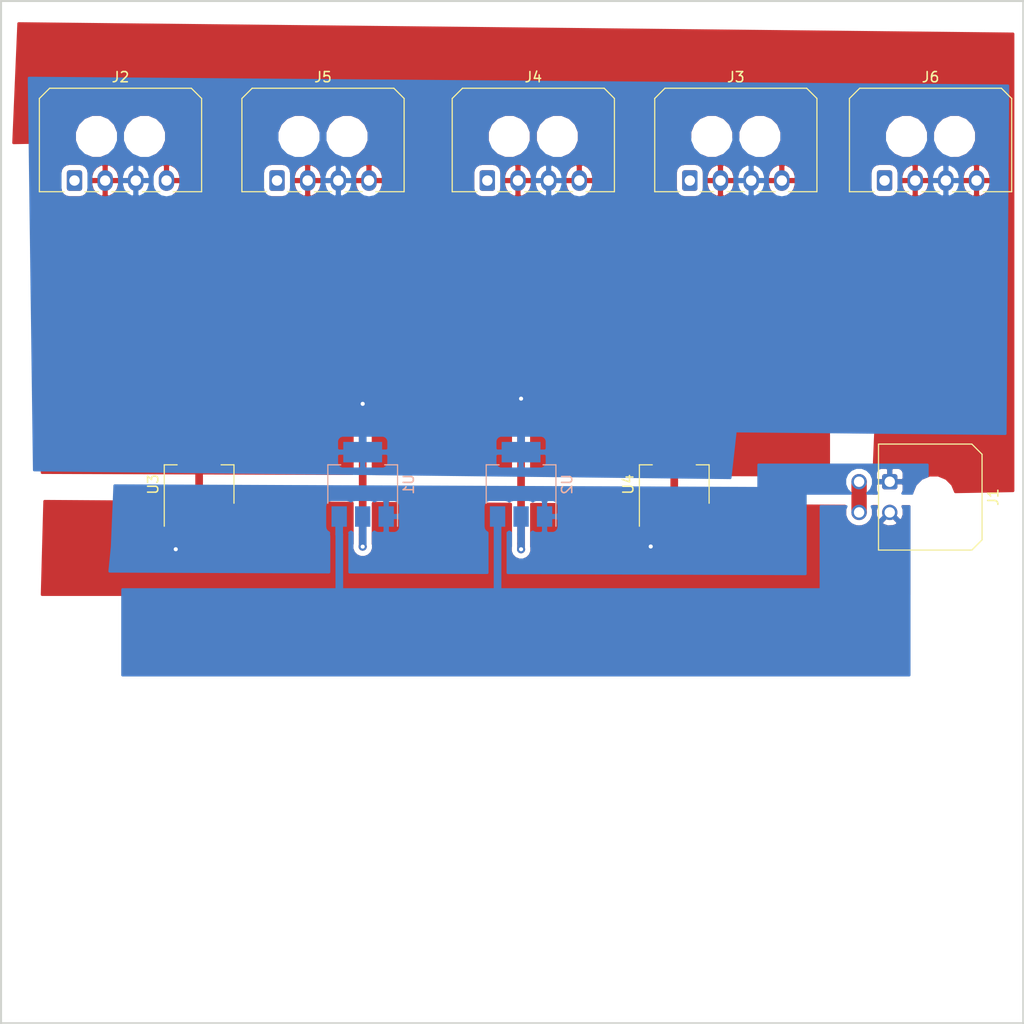
<source format=kicad_pcb>
(kicad_pcb (version 20171130) (host pcbnew "(5.0.1)-3")

  (general
    (thickness 1.6)
    (drawings 4)
    (tracks 29)
    (zones 0)
    (modules 10)
    (nets 6)
  )

  (page A4)
  (layers
    (0 F.Cu signal)
    (31 B.Cu signal)
    (32 B.Adhes user)
    (33 F.Adhes user)
    (34 B.Paste user)
    (35 F.Paste user)
    (36 B.SilkS user)
    (37 F.SilkS user)
    (38 B.Mask user)
    (39 F.Mask user)
    (40 Dwgs.User user)
    (41 Cmts.User user)
    (42 Eco1.User user)
    (43 Eco2.User user)
    (44 Edge.Cuts user)
    (45 Margin user)
    (46 B.CrtYd user)
    (47 F.CrtYd user)
    (48 B.Fab user)
    (49 F.Fab user)
  )

  (setup
    (last_trace_width 0.75)
    (trace_clearance 0.34)
    (zone_clearance 0.508)
    (zone_45_only no)
    (trace_min 0.2)
    (segment_width 0.2)
    (edge_width 0.15)
    (via_size 0.8)
    (via_drill 0.4)
    (via_min_size 0.4)
    (via_min_drill 0.3)
    (uvia_size 0.3)
    (uvia_drill 0.1)
    (uvias_allowed no)
    (uvia_min_size 0.2)
    (uvia_min_drill 0.1)
    (pcb_text_width 0.3)
    (pcb_text_size 1.5 1.5)
    (mod_edge_width 0.15)
    (mod_text_size 1 1)
    (mod_text_width 0.15)
    (pad_size 2 1.5)
    (pad_drill 0)
    (pad_to_mask_clearance 0.051)
    (solder_mask_min_width 0.25)
    (aux_axis_origin 0 0)
    (visible_elements 7FFFFFFF)
    (pcbplotparams
      (layerselection 0x010fc_ffffffff)
      (usegerberextensions false)
      (usegerberattributes false)
      (usegerberadvancedattributes false)
      (creategerberjobfile false)
      (excludeedgelayer true)
      (linewidth 0.100000)
      (plotframeref false)
      (viasonmask false)
      (mode 1)
      (useauxorigin false)
      (hpglpennumber 1)
      (hpglpenspeed 20)
      (hpglpendiameter 15.000000)
      (psnegative false)
      (psa4output false)
      (plotreference true)
      (plotvalue true)
      (plotinvisibletext false)
      (padsonsilk false)
      (subtractmaskfromsilk false)
      (outputformat 1)
      (mirror false)
      (drillshape 1)
      (scaleselection 1)
      (outputdirectory ""))
  )

  (net 0 "")
  (net 1 GND)
  (net 2 +BATT)
  (net 3 "Net-(J1-Pad3)")
  (net 4 +5V)
  (net 5 +3V3)

  (net_class Default "This is the default net class."
    (clearance 0.34)
    (trace_width 0.75)
    (via_dia 0.8)
    (via_drill 0.4)
    (uvia_dia 0.3)
    (uvia_drill 0.1)
    (add_net +3V3)
    (add_net +5V)
    (add_net +BATT)
    (add_net GND)
    (add_net "Net-(J1-Pad3)")
  )

  (module Package_TO_SOT_SMD:SOT-223-3_TabPin2 (layer B.Cu) (tedit 5C2C45B6) (tstamp 5C2EC422)
    (at 150.876 97.282 90)
    (descr "module CMS SOT223 4 pins")
    (tags "CMS SOT")
    (path /5C2C2E98)
    (attr smd)
    (fp_text reference U2 (at 0 4.5 90) (layer B.SilkS)
      (effects (font (size 1 1) (thickness 0.15)) (justify mirror))
    )
    (fp_text value AZ1117-3.3 (at 0 -4.5 90) (layer B.Fab)
      (effects (font (size 1 1) (thickness 0.15)) (justify mirror))
    )
    (fp_text user %R (at 0 0 180) (layer B.Fab)
      (effects (font (size 0.8 0.8) (thickness 0.12)) (justify mirror))
    )
    (fp_line (start 1.91 -3.41) (end 1.91 -2.15) (layer B.SilkS) (width 0.12))
    (fp_line (start 1.91 3.41) (end 1.91 2.15) (layer B.SilkS) (width 0.12))
    (fp_line (start 4.4 3.6) (end -4.4 3.6) (layer B.CrtYd) (width 0.05))
    (fp_line (start 4.4 -3.6) (end 4.4 3.6) (layer B.CrtYd) (width 0.05))
    (fp_line (start -4.4 -3.6) (end 4.4 -3.6) (layer B.CrtYd) (width 0.05))
    (fp_line (start -4.4 3.6) (end -4.4 -3.6) (layer B.CrtYd) (width 0.05))
    (fp_line (start -1.85 2.35) (end -0.85 3.35) (layer B.Fab) (width 0.1))
    (fp_line (start -1.85 2.35) (end -1.85 -3.35) (layer B.Fab) (width 0.1))
    (fp_line (start -1.85 -3.41) (end 1.91 -3.41) (layer B.SilkS) (width 0.12))
    (fp_line (start -0.85 3.35) (end 1.85 3.35) (layer B.Fab) (width 0.1))
    (fp_line (start -4.1 3.41) (end 1.91 3.41) (layer B.SilkS) (width 0.12))
    (fp_line (start -1.85 -3.35) (end 1.85 -3.35) (layer B.Fab) (width 0.1))
    (fp_line (start 1.85 3.35) (end 1.85 -3.35) (layer B.Fab) (width 0.1))
    (pad 2 smd rect (at 3.15 0 90) (size 2 3.8) (layers B.Cu B.Paste B.Mask)
      (net 5 +3V3))
    (pad 2 smd rect (at -3.15 0 90) (size 2 1.5) (layers B.Cu B.Paste B.Mask)
      (net 5 +3V3))
    (pad 3 smd rect (at -3.15 -2.3 90) (size 2 1.5) (layers B.Cu B.Paste B.Mask)
      (net 2 +BATT))
    (pad 1 smd rect (at -3.15 2.3 90) (size 2 1.5) (layers B.Cu B.Paste B.Mask)
      (net 1 GND))
    (model ${KISYS3DMOD}/Package_TO_SOT_SMD.3dshapes/SOT-223.wrl
      (at (xyz 0 0 0))
      (scale (xyz 1 1 1))
      (rotate (xyz 0 0 0))
    )
  )

  (module Connector_Molex:Molex_Micro-Fit_3.0_43045-0400_2x02_P3.00mm_Horizontal (layer F.Cu) (tedit 5B799D96) (tstamp 5C2EC372)
    (at 186.944 97.028 270)
    (descr "Molex Micro-Fit 3.0 Connector System, 43045-0400 (compatible alternatives: 43045-0401, 43045-0402), 2 Pins per row (https://www.molex.com/pdm_docs/sd/430450200_sd.pdf), generated with kicad-footprint-generator")
    (tags "connector Molex Micro-Fit_3.0 top entry")
    (path /5C2C2CF3)
    (fp_text reference J1 (at 1.5 -10.12 270) (layer F.SilkS)
      (effects (font (size 1 1) (thickness 0.15)))
    )
    (fp_text value Conn_02x02_Counter_Clockwise (at 1.5 5.7 270) (layer F.Fab)
      (effects (font (size 1 1) (thickness 0.15)))
    )
    (fp_line (start -3.575 0.99) (end -3.575 -7.92) (layer F.Fab) (width 0.1))
    (fp_line (start -3.575 -7.92) (end -2.575 -8.92) (layer F.Fab) (width 0.1))
    (fp_line (start -2.575 -8.92) (end 5.575 -8.92) (layer F.Fab) (width 0.1))
    (fp_line (start 5.575 -8.92) (end 6.575 -7.92) (layer F.Fab) (width 0.1))
    (fp_line (start 6.575 -7.92) (end 6.575 0.99) (layer F.Fab) (width 0.1))
    (fp_line (start 6.575 0.99) (end -3.575 0.99) (layer F.Fab) (width 0.1))
    (fp_line (start -0.75 0.99) (end 0 0) (layer F.Fab) (width 0.1))
    (fp_line (start 0 0) (end 0.75 0.99) (layer F.Fab) (width 0.1))
    (fp_line (start -3.685 1.1) (end -3.685 -8.03) (layer F.SilkS) (width 0.12))
    (fp_line (start -3.685 -8.03) (end -2.685 -9.03) (layer F.SilkS) (width 0.12))
    (fp_line (start -2.685 -9.03) (end 5.685 -9.03) (layer F.SilkS) (width 0.12))
    (fp_line (start 5.685 -9.03) (end 6.685 -8.03) (layer F.SilkS) (width 0.12))
    (fp_line (start 6.685 -8.03) (end 6.685 1.1) (layer F.SilkS) (width 0.12))
    (fp_line (start 6.685 1.1) (end -3.685 1.1) (layer F.SilkS) (width 0.12))
    (fp_line (start -4.08 1.49) (end -4.08 -9.42) (layer F.CrtYd) (width 0.05))
    (fp_line (start -4.08 -9.42) (end 7.08 -9.42) (layer F.CrtYd) (width 0.05))
    (fp_line (start 7.08 -9.42) (end 7.08 1.49) (layer F.CrtYd) (width 0.05))
    (fp_line (start 7.08 1.49) (end 4.25 1.49) (layer F.CrtYd) (width 0.05))
    (fp_line (start 4.25 1.49) (end 4.25 4.25) (layer F.CrtYd) (width 0.05))
    (fp_line (start 4.25 4.25) (end -1.25 4.25) (layer F.CrtYd) (width 0.05))
    (fp_line (start -1.25 4.25) (end -1.25 1.49) (layer F.CrtYd) (width 0.05))
    (fp_line (start -1.25 1.49) (end -4.08 1.49) (layer F.CrtYd) (width 0.05))
    (fp_text user %R (at 1.5 -8.22 270) (layer F.Fab)
      (effects (font (size 1 1) (thickness 0.15)))
    )
    (pad "" np_thru_hole circle (at 1.5 -4.32 270) (size 3 3) (drill 3) (layers *.Cu *.Mask))
    (pad 1 thru_hole roundrect (at 0 0 270) (size 1.5 1.5) (drill 1.02) (layers *.Cu *.Mask) (roundrect_rratio 0.166667)
      (net 1 GND))
    (pad 2 thru_hole circle (at 3 0 270) (size 1.5 1.5) (drill 1.02) (layers *.Cu *.Mask)
      (net 2 +BATT))
    (pad 3 thru_hole circle (at 0 3 270) (size 1.5 1.5) (drill 1.02) (layers *.Cu *.Mask)
      (net 3 "Net-(J1-Pad3)"))
    (pad 4 thru_hole circle (at 3 3 270) (size 1.5 1.5) (drill 1.02) (layers *.Cu *.Mask)
      (net 3 "Net-(J1-Pad3)"))
    (model ${KISYS3DMOD}/Connector_Molex.3dshapes/Molex_Micro-Fit_3.0_43045-0400_2x02_P3.00mm_Horizontal.wrl
      (at (xyz 0 0 0))
      (scale (xyz 1 1 1))
      (rotate (xyz 0 0 0))
    )
  )

  (module Connector_Molex:Molex_Micro-Fit_3.0_43650-0400_1x04_P3.00mm_Horizontal (layer F.Cu) (tedit 5B79A392) (tstamp 5C2EC393)
    (at 107.188 67.564)
    (descr "Molex Micro-Fit 3.0 Connector System, 43650-0400 (compatible alternatives: 43650-0401, 43650-0402), 4 Pins per row (https://www.molex.com/pdm_docs/sd/436500300_sd.pdf), generated with kicad-footprint-generator")
    (tags "connector Molex Micro-Fit_3.0 top entry")
    (path /5C2C564F)
    (fp_text reference J2 (at 4.5 -10.12) (layer F.SilkS)
      (effects (font (size 1 1) (thickness 0.15)))
    )
    (fp_text value Conn_01x04_Female (at 4.5 3.22) (layer F.Fab)
      (effects (font (size 1 1) (thickness 0.15)))
    )
    (fp_line (start -3.325 0.98) (end -3.325 -7.92) (layer F.Fab) (width 0.1))
    (fp_line (start -3.325 -7.92) (end -2.325 -8.92) (layer F.Fab) (width 0.1))
    (fp_line (start -2.325 -8.92) (end 11.325 -8.92) (layer F.Fab) (width 0.1))
    (fp_line (start 11.325 -8.92) (end 12.325 -7.92) (layer F.Fab) (width 0.1))
    (fp_line (start 12.325 -7.92) (end 12.325 0.98) (layer F.Fab) (width 0.1))
    (fp_line (start 12.325 0.98) (end -3.325 0.98) (layer F.Fab) (width 0.1))
    (fp_line (start -0.75 0.98) (end 0 0) (layer F.Fab) (width 0.1))
    (fp_line (start 0 0) (end 0.75 0.98) (layer F.Fab) (width 0.1))
    (fp_line (start -3.435 1.09) (end -3.435 -8.03) (layer F.SilkS) (width 0.12))
    (fp_line (start -3.435 -8.03) (end -2.435 -9.03) (layer F.SilkS) (width 0.12))
    (fp_line (start -2.435 -9.03) (end 11.435 -9.03) (layer F.SilkS) (width 0.12))
    (fp_line (start 11.435 -9.03) (end 12.435 -8.03) (layer F.SilkS) (width 0.12))
    (fp_line (start 12.435 -8.03) (end 12.435 1.09) (layer F.SilkS) (width 0.12))
    (fp_line (start -3.435 1.09) (end -1.01 1.09) (layer F.SilkS) (width 0.12))
    (fp_line (start 12.435 1.09) (end 9.651767 1.09) (layer F.SilkS) (width 0.12))
    (fp_line (start 1.01 1.09) (end 2.348233 1.09) (layer F.SilkS) (width 0.12))
    (fp_line (start 3.651767 1.09) (end 5.348233 1.09) (layer F.SilkS) (width 0.12))
    (fp_line (start 6.651767 1.09) (end 8.348233 1.09) (layer F.SilkS) (width 0.12))
    (fp_line (start -3.82 1.48) (end -3.82 -9.42) (layer F.CrtYd) (width 0.05))
    (fp_line (start -3.82 -9.42) (end 12.82 -9.42) (layer F.CrtYd) (width 0.05))
    (fp_line (start 12.82 -9.42) (end 12.82 1.48) (layer F.CrtYd) (width 0.05))
    (fp_line (start 12.82 1.48) (end -3.82 1.48) (layer F.CrtYd) (width 0.05))
    (fp_text user %R (at 4.5 -8.22) (layer F.Fab)
      (effects (font (size 1 1) (thickness 0.15)))
    )
    (pad "" np_thru_hole circle (at 2.15 -4.32) (size 3 3) (drill 3) (layers *.Cu *.Mask))
    (pad "" np_thru_hole circle (at 6.85 -4.32) (size 3 3) (drill 3) (layers *.Cu *.Mask))
    (pad 1 thru_hole roundrect (at 0 0) (size 1.5 2.02) (drill 1.02) (layers *.Cu *.Mask) (roundrect_rratio 0.166667))
    (pad 2 thru_hole oval (at 3 0) (size 1.5 2.02) (drill 1.02) (layers *.Cu *.Mask)
      (net 4 +5V))
    (pad 3 thru_hole oval (at 6 0) (size 1.5 2.02) (drill 1.02) (layers *.Cu *.Mask)
      (net 5 +3V3))
    (pad 4 thru_hole oval (at 9 0) (size 1.5 2.02) (drill 1.02) (layers *.Cu *.Mask)
      (net 1 GND))
    (model ${KISYS3DMOD}/Connector_Molex.3dshapes/Molex_Micro-Fit_3.0_43650-0400_1x04_P3.00mm_Horizontal.wrl
      (at (xyz 0 0 0))
      (scale (xyz 1 1 1))
      (rotate (xyz 0 0 0))
    )
  )

  (module Connector_Molex:Molex_Micro-Fit_3.0_43650-0400_1x04_P3.00mm_Horizontal (layer F.Cu) (tedit 5B79A392) (tstamp 5C2EC3B4)
    (at 167.386 67.564)
    (descr "Molex Micro-Fit 3.0 Connector System, 43650-0400 (compatible alternatives: 43650-0401, 43650-0402), 4 Pins per row (https://www.molex.com/pdm_docs/sd/436500300_sd.pdf), generated with kicad-footprint-generator")
    (tags "connector Molex Micro-Fit_3.0 top entry")
    (path /5C2C7710)
    (fp_text reference J3 (at 4.5 -10.12) (layer F.SilkS)
      (effects (font (size 1 1) (thickness 0.15)))
    )
    (fp_text value Conn_01x04_Female (at 4.5 3.22) (layer F.Fab)
      (effects (font (size 1 1) (thickness 0.15)))
    )
    (fp_text user %R (at 4.5 -8.22) (layer F.Fab)
      (effects (font (size 1 1) (thickness 0.15)))
    )
    (fp_line (start 12.82 1.48) (end -3.82 1.48) (layer F.CrtYd) (width 0.05))
    (fp_line (start 12.82 -9.42) (end 12.82 1.48) (layer F.CrtYd) (width 0.05))
    (fp_line (start -3.82 -9.42) (end 12.82 -9.42) (layer F.CrtYd) (width 0.05))
    (fp_line (start -3.82 1.48) (end -3.82 -9.42) (layer F.CrtYd) (width 0.05))
    (fp_line (start 6.651767 1.09) (end 8.348233 1.09) (layer F.SilkS) (width 0.12))
    (fp_line (start 3.651767 1.09) (end 5.348233 1.09) (layer F.SilkS) (width 0.12))
    (fp_line (start 1.01 1.09) (end 2.348233 1.09) (layer F.SilkS) (width 0.12))
    (fp_line (start 12.435 1.09) (end 9.651767 1.09) (layer F.SilkS) (width 0.12))
    (fp_line (start -3.435 1.09) (end -1.01 1.09) (layer F.SilkS) (width 0.12))
    (fp_line (start 12.435 -8.03) (end 12.435 1.09) (layer F.SilkS) (width 0.12))
    (fp_line (start 11.435 -9.03) (end 12.435 -8.03) (layer F.SilkS) (width 0.12))
    (fp_line (start -2.435 -9.03) (end 11.435 -9.03) (layer F.SilkS) (width 0.12))
    (fp_line (start -3.435 -8.03) (end -2.435 -9.03) (layer F.SilkS) (width 0.12))
    (fp_line (start -3.435 1.09) (end -3.435 -8.03) (layer F.SilkS) (width 0.12))
    (fp_line (start 0 0) (end 0.75 0.98) (layer F.Fab) (width 0.1))
    (fp_line (start -0.75 0.98) (end 0 0) (layer F.Fab) (width 0.1))
    (fp_line (start 12.325 0.98) (end -3.325 0.98) (layer F.Fab) (width 0.1))
    (fp_line (start 12.325 -7.92) (end 12.325 0.98) (layer F.Fab) (width 0.1))
    (fp_line (start 11.325 -8.92) (end 12.325 -7.92) (layer F.Fab) (width 0.1))
    (fp_line (start -2.325 -8.92) (end 11.325 -8.92) (layer F.Fab) (width 0.1))
    (fp_line (start -3.325 -7.92) (end -2.325 -8.92) (layer F.Fab) (width 0.1))
    (fp_line (start -3.325 0.98) (end -3.325 -7.92) (layer F.Fab) (width 0.1))
    (pad 4 thru_hole oval (at 9 0) (size 1.5 2.02) (drill 1.02) (layers *.Cu *.Mask)
      (net 1 GND))
    (pad 3 thru_hole oval (at 6 0) (size 1.5 2.02) (drill 1.02) (layers *.Cu *.Mask)
      (net 5 +3V3))
    (pad 2 thru_hole oval (at 3 0) (size 1.5 2.02) (drill 1.02) (layers *.Cu *.Mask)
      (net 4 +5V))
    (pad 1 thru_hole roundrect (at 0 0) (size 1.5 2.02) (drill 1.02) (layers *.Cu *.Mask) (roundrect_rratio 0.166667))
    (pad "" np_thru_hole circle (at 6.85 -4.32) (size 3 3) (drill 3) (layers *.Cu *.Mask))
    (pad "" np_thru_hole circle (at 2.15 -4.32) (size 3 3) (drill 3) (layers *.Cu *.Mask))
    (model ${KISYS3DMOD}/Connector_Molex.3dshapes/Molex_Micro-Fit_3.0_43650-0400_1x04_P3.00mm_Horizontal.wrl
      (at (xyz 0 0 0))
      (scale (xyz 1 1 1))
      (rotate (xyz 0 0 0))
    )
  )

  (module Connector_Molex:Molex_Micro-Fit_3.0_43650-0400_1x04_P3.00mm_Horizontal (layer F.Cu) (tedit 5B79A392) (tstamp 5C2EC3D5)
    (at 147.574 67.564)
    (descr "Molex Micro-Fit 3.0 Connector System, 43650-0400 (compatible alternatives: 43650-0401, 43650-0402), 4 Pins per row (https://www.molex.com/pdm_docs/sd/436500300_sd.pdf), generated with kicad-footprint-generator")
    (tags "connector Molex Micro-Fit_3.0 top entry")
    (path /5C2C7762)
    (fp_text reference J4 (at 4.5 -10.12) (layer F.SilkS)
      (effects (font (size 1 1) (thickness 0.15)))
    )
    (fp_text value Conn_01x04_Female (at 4.5 3.22) (layer F.Fab)
      (effects (font (size 1 1) (thickness 0.15)))
    )
    (fp_line (start -3.325 0.98) (end -3.325 -7.92) (layer F.Fab) (width 0.1))
    (fp_line (start -3.325 -7.92) (end -2.325 -8.92) (layer F.Fab) (width 0.1))
    (fp_line (start -2.325 -8.92) (end 11.325 -8.92) (layer F.Fab) (width 0.1))
    (fp_line (start 11.325 -8.92) (end 12.325 -7.92) (layer F.Fab) (width 0.1))
    (fp_line (start 12.325 -7.92) (end 12.325 0.98) (layer F.Fab) (width 0.1))
    (fp_line (start 12.325 0.98) (end -3.325 0.98) (layer F.Fab) (width 0.1))
    (fp_line (start -0.75 0.98) (end 0 0) (layer F.Fab) (width 0.1))
    (fp_line (start 0 0) (end 0.75 0.98) (layer F.Fab) (width 0.1))
    (fp_line (start -3.435 1.09) (end -3.435 -8.03) (layer F.SilkS) (width 0.12))
    (fp_line (start -3.435 -8.03) (end -2.435 -9.03) (layer F.SilkS) (width 0.12))
    (fp_line (start -2.435 -9.03) (end 11.435 -9.03) (layer F.SilkS) (width 0.12))
    (fp_line (start 11.435 -9.03) (end 12.435 -8.03) (layer F.SilkS) (width 0.12))
    (fp_line (start 12.435 -8.03) (end 12.435 1.09) (layer F.SilkS) (width 0.12))
    (fp_line (start -3.435 1.09) (end -1.01 1.09) (layer F.SilkS) (width 0.12))
    (fp_line (start 12.435 1.09) (end 9.651767 1.09) (layer F.SilkS) (width 0.12))
    (fp_line (start 1.01 1.09) (end 2.348233 1.09) (layer F.SilkS) (width 0.12))
    (fp_line (start 3.651767 1.09) (end 5.348233 1.09) (layer F.SilkS) (width 0.12))
    (fp_line (start 6.651767 1.09) (end 8.348233 1.09) (layer F.SilkS) (width 0.12))
    (fp_line (start -3.82 1.48) (end -3.82 -9.42) (layer F.CrtYd) (width 0.05))
    (fp_line (start -3.82 -9.42) (end 12.82 -9.42) (layer F.CrtYd) (width 0.05))
    (fp_line (start 12.82 -9.42) (end 12.82 1.48) (layer F.CrtYd) (width 0.05))
    (fp_line (start 12.82 1.48) (end -3.82 1.48) (layer F.CrtYd) (width 0.05))
    (fp_text user %R (at 4.5 -8.22) (layer F.Fab)
      (effects (font (size 1 1) (thickness 0.15)))
    )
    (pad "" np_thru_hole circle (at 2.15 -4.32) (size 3 3) (drill 3) (layers *.Cu *.Mask))
    (pad "" np_thru_hole circle (at 6.85 -4.32) (size 3 3) (drill 3) (layers *.Cu *.Mask))
    (pad 1 thru_hole roundrect (at 0 0) (size 1.5 2.02) (drill 1.02) (layers *.Cu *.Mask) (roundrect_rratio 0.166667))
    (pad 2 thru_hole oval (at 3 0) (size 1.5 2.02) (drill 1.02) (layers *.Cu *.Mask)
      (net 4 +5V))
    (pad 3 thru_hole oval (at 6 0) (size 1.5 2.02) (drill 1.02) (layers *.Cu *.Mask)
      (net 5 +3V3))
    (pad 4 thru_hole oval (at 9 0) (size 1.5 2.02) (drill 1.02) (layers *.Cu *.Mask)
      (net 1 GND))
    (model ${KISYS3DMOD}/Connector_Molex.3dshapes/Molex_Micro-Fit_3.0_43650-0400_1x04_P3.00mm_Horizontal.wrl
      (at (xyz 0 0 0))
      (scale (xyz 1 1 1))
      (rotate (xyz 0 0 0))
    )
  )

  (module Connector_Molex:Molex_Micro-Fit_3.0_43650-0400_1x04_P3.00mm_Horizontal (layer F.Cu) (tedit 5B79A392) (tstamp 5C2EC3F6)
    (at 186.436 67.564)
    (descr "Molex Micro-Fit 3.0 Connector System, 43650-0400 (compatible alternatives: 43650-0401, 43650-0402), 4 Pins per row (https://www.molex.com/pdm_docs/sd/436500300_sd.pdf), generated with kicad-footprint-generator")
    (tags "connector Molex Micro-Fit_3.0 top entry")
    (path /5C2C7909)
    (fp_text reference J6 (at 4.5 -10.12) (layer F.SilkS)
      (effects (font (size 1 1) (thickness 0.15)))
    )
    (fp_text value Conn_01x04_Female (at 4.5 3.22) (layer F.Fab)
      (effects (font (size 1 1) (thickness 0.15)))
    )
    (fp_text user %R (at 4.5 -8.22) (layer F.Fab)
      (effects (font (size 1 1) (thickness 0.15)))
    )
    (fp_line (start 12.82 1.48) (end -3.82 1.48) (layer F.CrtYd) (width 0.05))
    (fp_line (start 12.82 -9.42) (end 12.82 1.48) (layer F.CrtYd) (width 0.05))
    (fp_line (start -3.82 -9.42) (end 12.82 -9.42) (layer F.CrtYd) (width 0.05))
    (fp_line (start -3.82 1.48) (end -3.82 -9.42) (layer F.CrtYd) (width 0.05))
    (fp_line (start 6.651767 1.09) (end 8.348233 1.09) (layer F.SilkS) (width 0.12))
    (fp_line (start 3.651767 1.09) (end 5.348233 1.09) (layer F.SilkS) (width 0.12))
    (fp_line (start 1.01 1.09) (end 2.348233 1.09) (layer F.SilkS) (width 0.12))
    (fp_line (start 12.435 1.09) (end 9.651767 1.09) (layer F.SilkS) (width 0.12))
    (fp_line (start -3.435 1.09) (end -1.01 1.09) (layer F.SilkS) (width 0.12))
    (fp_line (start 12.435 -8.03) (end 12.435 1.09) (layer F.SilkS) (width 0.12))
    (fp_line (start 11.435 -9.03) (end 12.435 -8.03) (layer F.SilkS) (width 0.12))
    (fp_line (start -2.435 -9.03) (end 11.435 -9.03) (layer F.SilkS) (width 0.12))
    (fp_line (start -3.435 -8.03) (end -2.435 -9.03) (layer F.SilkS) (width 0.12))
    (fp_line (start -3.435 1.09) (end -3.435 -8.03) (layer F.SilkS) (width 0.12))
    (fp_line (start 0 0) (end 0.75 0.98) (layer F.Fab) (width 0.1))
    (fp_line (start -0.75 0.98) (end 0 0) (layer F.Fab) (width 0.1))
    (fp_line (start 12.325 0.98) (end -3.325 0.98) (layer F.Fab) (width 0.1))
    (fp_line (start 12.325 -7.92) (end 12.325 0.98) (layer F.Fab) (width 0.1))
    (fp_line (start 11.325 -8.92) (end 12.325 -7.92) (layer F.Fab) (width 0.1))
    (fp_line (start -2.325 -8.92) (end 11.325 -8.92) (layer F.Fab) (width 0.1))
    (fp_line (start -3.325 -7.92) (end -2.325 -8.92) (layer F.Fab) (width 0.1))
    (fp_line (start -3.325 0.98) (end -3.325 -7.92) (layer F.Fab) (width 0.1))
    (pad 4 thru_hole oval (at 9 0) (size 1.5 2.02) (drill 1.02) (layers *.Cu *.Mask)
      (net 1 GND))
    (pad 3 thru_hole oval (at 6 0) (size 1.5 2.02) (drill 1.02) (layers *.Cu *.Mask)
      (net 5 +3V3))
    (pad 2 thru_hole oval (at 3 0) (size 1.5 2.02) (drill 1.02) (layers *.Cu *.Mask)
      (net 4 +5V))
    (pad 1 thru_hole roundrect (at 0 0) (size 1.5 2.02) (drill 1.02) (layers *.Cu *.Mask) (roundrect_rratio 0.166667))
    (pad "" np_thru_hole circle (at 6.85 -4.32) (size 3 3) (drill 3) (layers *.Cu *.Mask))
    (pad "" np_thru_hole circle (at 2.15 -4.32) (size 3 3) (drill 3) (layers *.Cu *.Mask))
    (model ${KISYS3DMOD}/Connector_Molex.3dshapes/Molex_Micro-Fit_3.0_43650-0400_1x04_P3.00mm_Horizontal.wrl
      (at (xyz 0 0 0))
      (scale (xyz 1 1 1))
      (rotate (xyz 0 0 0))
    )
  )

  (module Package_TO_SOT_SMD:SOT-223-3_TabPin2 (layer B.Cu) (tedit 5A02FF57) (tstamp 5C2EC40C)
    (at 135.382 97.282 90)
    (descr "module CMS SOT223 4 pins")
    (tags "CMS SOT")
    (path /5C2C355D)
    (attr smd)
    (fp_text reference U1 (at 0 4.5 90) (layer B.SilkS)
      (effects (font (size 1 1) (thickness 0.15)) (justify mirror))
    )
    (fp_text value AZ1117-3.3 (at 0 -4.5 90) (layer B.Fab)
      (effects (font (size 1 1) (thickness 0.15)) (justify mirror))
    )
    (fp_line (start 1.85 3.35) (end 1.85 -3.35) (layer B.Fab) (width 0.1))
    (fp_line (start -1.85 -3.35) (end 1.85 -3.35) (layer B.Fab) (width 0.1))
    (fp_line (start -4.1 3.41) (end 1.91 3.41) (layer B.SilkS) (width 0.12))
    (fp_line (start -0.85 3.35) (end 1.85 3.35) (layer B.Fab) (width 0.1))
    (fp_line (start -1.85 -3.41) (end 1.91 -3.41) (layer B.SilkS) (width 0.12))
    (fp_line (start -1.85 2.35) (end -1.85 -3.35) (layer B.Fab) (width 0.1))
    (fp_line (start -1.85 2.35) (end -0.85 3.35) (layer B.Fab) (width 0.1))
    (fp_line (start -4.4 3.6) (end -4.4 -3.6) (layer B.CrtYd) (width 0.05))
    (fp_line (start -4.4 -3.6) (end 4.4 -3.6) (layer B.CrtYd) (width 0.05))
    (fp_line (start 4.4 -3.6) (end 4.4 3.6) (layer B.CrtYd) (width 0.05))
    (fp_line (start 4.4 3.6) (end -4.4 3.6) (layer B.CrtYd) (width 0.05))
    (fp_line (start 1.91 3.41) (end 1.91 2.15) (layer B.SilkS) (width 0.12))
    (fp_line (start 1.91 -3.41) (end 1.91 -2.15) (layer B.SilkS) (width 0.12))
    (fp_text user %R (at 0 0) (layer B.Fab)
      (effects (font (size 0.8 0.8) (thickness 0.12)) (justify mirror))
    )
    (pad 1 smd rect (at -3.15 2.3 90) (size 2 1.5) (layers B.Cu B.Paste B.Mask)
      (net 1 GND))
    (pad 3 smd rect (at -3.15 -2.3 90) (size 2 1.5) (layers B.Cu B.Paste B.Mask)
      (net 2 +BATT))
    (pad 2 smd rect (at -3.15 0 90) (size 2 1.5) (layers B.Cu B.Paste B.Mask)
      (net 5 +3V3))
    (pad 2 smd rect (at 3.15 0 90) (size 2 3.8) (layers B.Cu B.Paste B.Mask)
      (net 5 +3V3))
    (model ${KISYS3DMOD}/Package_TO_SOT_SMD.3dshapes/SOT-223.wrl
      (at (xyz 0 0 0))
      (scale (xyz 1 1 1))
      (rotate (xyz 0 0 0))
    )
  )

  (module Package_TO_SOT_SMD:SOT-223-3_TabPin2 (layer F.Cu) (tedit 5A02FF57) (tstamp 5C2EC438)
    (at 119.38 97.282 90)
    (descr "module CMS SOT223 4 pins")
    (tags "CMS SOT")
    (path /5C2C327A)
    (attr smd)
    (fp_text reference U3 (at 0 -4.5 90) (layer F.SilkS)
      (effects (font (size 1 1) (thickness 0.15)))
    )
    (fp_text value AZ1117-5.0 (at 0 4.5 90) (layer F.Fab)
      (effects (font (size 1 1) (thickness 0.15)))
    )
    (fp_line (start 1.85 -3.35) (end 1.85 3.35) (layer F.Fab) (width 0.1))
    (fp_line (start -1.85 3.35) (end 1.85 3.35) (layer F.Fab) (width 0.1))
    (fp_line (start -4.1 -3.41) (end 1.91 -3.41) (layer F.SilkS) (width 0.12))
    (fp_line (start -0.85 -3.35) (end 1.85 -3.35) (layer F.Fab) (width 0.1))
    (fp_line (start -1.85 3.41) (end 1.91 3.41) (layer F.SilkS) (width 0.12))
    (fp_line (start -1.85 -2.35) (end -1.85 3.35) (layer F.Fab) (width 0.1))
    (fp_line (start -1.85 -2.35) (end -0.85 -3.35) (layer F.Fab) (width 0.1))
    (fp_line (start -4.4 -3.6) (end -4.4 3.6) (layer F.CrtYd) (width 0.05))
    (fp_line (start -4.4 3.6) (end 4.4 3.6) (layer F.CrtYd) (width 0.05))
    (fp_line (start 4.4 3.6) (end 4.4 -3.6) (layer F.CrtYd) (width 0.05))
    (fp_line (start 4.4 -3.6) (end -4.4 -3.6) (layer F.CrtYd) (width 0.05))
    (fp_line (start 1.91 -3.41) (end 1.91 -2.15) (layer F.SilkS) (width 0.12))
    (fp_line (start 1.91 3.41) (end 1.91 2.15) (layer F.SilkS) (width 0.12))
    (fp_text user %R (at 0 0 180) (layer F.Fab)
      (effects (font (size 0.8 0.8) (thickness 0.12)))
    )
    (pad 1 smd rect (at -3.15 -2.3 90) (size 2 1.5) (layers F.Cu F.Paste F.Mask)
      (net 1 GND))
    (pad 3 smd rect (at -3.15 2.3 90) (size 2 1.5) (layers F.Cu F.Paste F.Mask)
      (net 2 +BATT))
    (pad 2 smd rect (at -3.15 0 90) (size 2 1.5) (layers F.Cu F.Paste F.Mask)
      (net 4 +5V))
    (pad 2 smd rect (at 3.15 0 90) (size 2 3.8) (layers F.Cu F.Paste F.Mask)
      (net 4 +5V))
    (model ${KISYS3DMOD}/Package_TO_SOT_SMD.3dshapes/SOT-223.wrl
      (at (xyz 0 0 0))
      (scale (xyz 1 1 1))
      (rotate (xyz 0 0 0))
    )
  )

  (module Package_TO_SOT_SMD:SOT-223-3_TabPin2 (layer F.Cu) (tedit 5A02FF57) (tstamp 5C2EC44E)
    (at 165.862 97.282 90)
    (descr "module CMS SOT223 4 pins")
    (tags "CMS SOT")
    (path /5C2C33BA)
    (attr smd)
    (fp_text reference U4 (at 0 -4.5 90) (layer F.SilkS)
      (effects (font (size 1 1) (thickness 0.15)))
    )
    (fp_text value AZ1117-5.0 (at 0 4.5 90) (layer F.Fab)
      (effects (font (size 1 1) (thickness 0.15)))
    )
    (fp_line (start 1.85 -3.35) (end 1.85 3.35) (layer F.Fab) (width 0.1))
    (fp_line (start -1.85 3.35) (end 1.85 3.35) (layer F.Fab) (width 0.1))
    (fp_line (start -4.1 -3.41) (end 1.91 -3.41) (layer F.SilkS) (width 0.12))
    (fp_line (start -0.85 -3.35) (end 1.85 -3.35) (layer F.Fab) (width 0.1))
    (fp_line (start -1.85 3.41) (end 1.91 3.41) (layer F.SilkS) (width 0.12))
    (fp_line (start -1.85 -2.35) (end -1.85 3.35) (layer F.Fab) (width 0.1))
    (fp_line (start -1.85 -2.35) (end -0.85 -3.35) (layer F.Fab) (width 0.1))
    (fp_line (start -4.4 -3.6) (end -4.4 3.6) (layer F.CrtYd) (width 0.05))
    (fp_line (start -4.4 3.6) (end 4.4 3.6) (layer F.CrtYd) (width 0.05))
    (fp_line (start 4.4 3.6) (end 4.4 -3.6) (layer F.CrtYd) (width 0.05))
    (fp_line (start 4.4 -3.6) (end -4.4 -3.6) (layer F.CrtYd) (width 0.05))
    (fp_line (start 1.91 -3.41) (end 1.91 -2.15) (layer F.SilkS) (width 0.12))
    (fp_line (start 1.91 3.41) (end 1.91 2.15) (layer F.SilkS) (width 0.12))
    (fp_text user %R (at 0 0 180) (layer F.Fab)
      (effects (font (size 0.8 0.8) (thickness 0.12)))
    )
    (pad 1 smd rect (at -3.15 -2.3 90) (size 2 1.5) (layers F.Cu F.Paste F.Mask)
      (net 1 GND))
    (pad 3 smd rect (at -3.15 2.3 90) (size 2 1.5) (layers F.Cu F.Paste F.Mask)
      (net 2 +BATT))
    (pad 2 smd rect (at -3.15 0 90) (size 2 1.5) (layers F.Cu F.Paste F.Mask)
      (net 4 +5V))
    (pad 2 smd rect (at 3.15 0 90) (size 2 3.8) (layers F.Cu F.Paste F.Mask)
      (net 4 +5V))
    (model ${KISYS3DMOD}/Package_TO_SOT_SMD.3dshapes/SOT-223.wrl
      (at (xyz 0 0 0))
      (scale (xyz 1 1 1))
      (rotate (xyz 0 0 0))
    )
  )

  (module Connector_Molex:Molex_Micro-Fit_3.0_43650-0400_1x04_P3.00mm_Horizontal (layer F.Cu) (tedit 5B79A392) (tstamp 5C2EC6B2)
    (at 127 67.564)
    (descr "Molex Micro-Fit 3.0 Connector System, 43650-0400 (compatible alternatives: 43650-0401, 43650-0402), 4 Pins per row (https://www.molex.com/pdm_docs/sd/436500300_sd.pdf), generated with kicad-footprint-generator")
    (tags "connector Molex Micro-Fit_3.0 top entry")
    (path /5C2C78B5)
    (fp_text reference J5 (at 4.5 -10.12) (layer F.SilkS)
      (effects (font (size 1 1) (thickness 0.15)))
    )
    (fp_text value Conn_01x04_Female (at 4.5 3.22) (layer F.Fab)
      (effects (font (size 1 1) (thickness 0.15)))
    )
    (fp_line (start -3.325 0.98) (end -3.325 -7.92) (layer F.Fab) (width 0.1))
    (fp_line (start -3.325 -7.92) (end -2.325 -8.92) (layer F.Fab) (width 0.1))
    (fp_line (start -2.325 -8.92) (end 11.325 -8.92) (layer F.Fab) (width 0.1))
    (fp_line (start 11.325 -8.92) (end 12.325 -7.92) (layer F.Fab) (width 0.1))
    (fp_line (start 12.325 -7.92) (end 12.325 0.98) (layer F.Fab) (width 0.1))
    (fp_line (start 12.325 0.98) (end -3.325 0.98) (layer F.Fab) (width 0.1))
    (fp_line (start -0.75 0.98) (end 0 0) (layer F.Fab) (width 0.1))
    (fp_line (start 0 0) (end 0.75 0.98) (layer F.Fab) (width 0.1))
    (fp_line (start -3.435 1.09) (end -3.435 -8.03) (layer F.SilkS) (width 0.12))
    (fp_line (start -3.435 -8.03) (end -2.435 -9.03) (layer F.SilkS) (width 0.12))
    (fp_line (start -2.435 -9.03) (end 11.435 -9.03) (layer F.SilkS) (width 0.12))
    (fp_line (start 11.435 -9.03) (end 12.435 -8.03) (layer F.SilkS) (width 0.12))
    (fp_line (start 12.435 -8.03) (end 12.435 1.09) (layer F.SilkS) (width 0.12))
    (fp_line (start -3.435 1.09) (end -1.01 1.09) (layer F.SilkS) (width 0.12))
    (fp_line (start 12.435 1.09) (end 9.651767 1.09) (layer F.SilkS) (width 0.12))
    (fp_line (start 1.01 1.09) (end 2.348233 1.09) (layer F.SilkS) (width 0.12))
    (fp_line (start 3.651767 1.09) (end 5.348233 1.09) (layer F.SilkS) (width 0.12))
    (fp_line (start 6.651767 1.09) (end 8.348233 1.09) (layer F.SilkS) (width 0.12))
    (fp_line (start -3.82 1.48) (end -3.82 -9.42) (layer F.CrtYd) (width 0.05))
    (fp_line (start -3.82 -9.42) (end 12.82 -9.42) (layer F.CrtYd) (width 0.05))
    (fp_line (start 12.82 -9.42) (end 12.82 1.48) (layer F.CrtYd) (width 0.05))
    (fp_line (start 12.82 1.48) (end -3.82 1.48) (layer F.CrtYd) (width 0.05))
    (fp_text user %R (at 4.5 -8.22) (layer F.Fab)
      (effects (font (size 1 1) (thickness 0.15)))
    )
    (pad "" np_thru_hole circle (at 2.15 -4.32) (size 3 3) (drill 3) (layers *.Cu *.Mask))
    (pad "" np_thru_hole circle (at 6.85 -4.32) (size 3 3) (drill 3) (layers *.Cu *.Mask))
    (pad 1 thru_hole roundrect (at 0 0) (size 1.5 2.02) (drill 1.02) (layers *.Cu *.Mask) (roundrect_rratio 0.166667))
    (pad 2 thru_hole oval (at 3 0) (size 1.5 2.02) (drill 1.02) (layers *.Cu *.Mask)
      (net 4 +5V))
    (pad 3 thru_hole oval (at 6 0) (size 1.5 2.02) (drill 1.02) (layers *.Cu *.Mask)
      (net 5 +3V3))
    (pad 4 thru_hole oval (at 9 0) (size 1.5 2.02) (drill 1.02) (layers *.Cu *.Mask)
      (net 1 GND))
    (model ${KISYS3DMOD}/Connector_Molex.3dshapes/Molex_Micro-Fit_3.0_43650-0400_1x04_P3.00mm_Horizontal.wrl
      (at (xyz 0 0 0))
      (scale (xyz 1 1 1))
      (rotate (xyz 0 0 0))
    )
  )

  (gr_line (start 100 50) (end 100 150) (layer Edge.Cuts) (width 0.2))
  (gr_line (start 100 150) (end 200 150) (layer Edge.Cuts) (width 0.2))
  (gr_line (start 200 50) (end 200 150) (layer Edge.Cuts) (width 0.2))
  (gr_line (start 100 50) (end 200 50) (layer Edge.Cuts) (width 0.2))

  (segment (start 137.682 101.932) (end 137.668 101.946) (width 0.5) (layer B.Cu) (net 1))
  (segment (start 137.682 100.432) (end 137.682 101.932) (width 0.5) (layer B.Cu) (net 1))
  (segment (start 163.562 100.432) (end 163.562 103.364) (width 0.75) (layer F.Cu) (net 1))
  (via (at 163.562 103.364) (size 0.8) (drill 0.4) (layers F.Cu B.Cu) (net 1))
  (segment (start 117.08 102.182) (end 117.094 102.196) (width 0.75) (layer F.Cu) (net 1))
  (segment (start 117.08 100.432) (end 117.08 102.182) (width 0.75) (layer F.Cu) (net 1))
  (segment (start 117.094 102.196) (end 117.094 103.632) (width 0.75) (layer F.Cu) (net 1))
  (via (at 117.094 103.632) (size 0.8) (drill 0.4) (layers F.Cu B.Cu) (net 1))
  (segment (start 133.082 102.182) (end 133.096 102.196) (width 0.75) (layer B.Cu) (net 2))
  (segment (start 133.082 100.432) (end 133.082 102.182) (width 0.75) (layer B.Cu) (net 2))
  (segment (start 133.096 102.196) (end 133.096 111.506) (width 0.75) (layer B.Cu) (net 2))
  (segment (start 148.576 100.432) (end 148.576 110.984) (width 0.75) (layer B.Cu) (net 2))
  (segment (start 183.944 97.028) (end 183.944 100.028) (width 1.5) (layer F.Cu) (net 3))
  (segment (start 119.38 100.432) (end 119.38 98.932) (width 0.5) (layer F.Cu) (net 4))
  (segment (start 119.38 100.432) (end 119.38 94.132) (width 0.75) (layer F.Cu) (net 4))
  (segment (start 165.862 100.432) (end 165.862 94.132) (width 0.75) (layer F.Cu) (net 4))
  (segment (start 135.382 100.432) (end 135.382 102.182) (width 0.75) (layer B.Cu) (net 5))
  (via (at 135.382 103.378) (size 0.8) (drill 0.4) (layers F.Cu B.Cu) (net 5))
  (segment (start 135.382 102.182) (end 135.382 103.378) (width 0.75) (layer B.Cu) (net 5))
  (segment (start 135.382 103.378) (end 135.382 89.408) (width 0.75) (layer F.Cu) (net 5))
  (via (at 135.382 89.408) (size 0.8) (drill 0.4) (layers F.Cu B.Cu) (net 5))
  (segment (start 135.382 89.408) (end 135.382 94.132) (width 0.75) (layer B.Cu) (net 5))
  (segment (start 150.876 100.432) (end 150.876 102.182) (width 0.75) (layer B.Cu) (net 5))
  (via (at 150.876 103.632) (size 0.8) (drill 0.4) (layers F.Cu B.Cu) (net 5))
  (segment (start 150.876 102.182) (end 150.876 103.632) (width 0.75) (layer B.Cu) (net 5))
  (segment (start 150.876 103.632) (end 150.876 103.066315) (width 0.75) (layer F.Cu) (net 5))
  (segment (start 150.876 103.066315) (end 150.876 88.9) (width 0.75) (layer F.Cu) (net 5))
  (via (at 150.876 88.9) (size 0.8) (drill 0.4) (layers F.Cu B.Cu) (net 5))
  (segment (start 150.876 88.9) (end 150.876 94.132) (width 0.75) (layer B.Cu) (net 5))

  (zone (net 1) (net_name GND) (layer F.Cu) (tstamp 5C2ED7CA) (hatch edge 0.508)
    (connect_pads (clearance 0.508))
    (min_thickness 0.254)
    (fill yes (arc_segments 16) (thermal_gap 0.508) (thermal_bridge_width 0.508))
    (polygon
      (pts
        (xy 185.166 98.298) (xy 199.136 98.044) (xy 199.136 53.086) (xy 101.6 52.07) (xy 101.092 64.008)
        (xy 114.808 63.754) (xy 114.808 69.088) (xy 119.634 69.088) (xy 119.634 63.5) (xy 134.366 63.754)
        (xy 134.366 68.834) (xy 138.43 68.834) (xy 138.176 63.754) (xy 154.94 64.008) (xy 154.94 69.088)
        (xy 159.004 69.088) (xy 159.004 63.5) (xy 175.006 63.5) (xy 174.752 69.088) (xy 179.832 69.088)
        (xy 180.34 63.246) (xy 193.04 63.5) (xy 193.294 92.202) (xy 185.42 92.202)
      )
    )
    (filled_polygon
      (pts
        (xy 199.009 53.211684) (xy 199.009 97.919288) (xy 193.365274 98.021901) (xy 193.073966 97.31862) (xy 192.47338 96.718034)
        (xy 191.688678 96.393) (xy 190.839322 96.393) (xy 190.05462 96.718034) (xy 189.454034 97.31862) (xy 189.130835 98.098891)
        (xy 188.241705 98.115057) (xy 188.329 97.904309) (xy 188.329 97.31375) (xy 188.17025 97.155) (xy 187.071 97.155)
        (xy 187.071 97.175) (xy 186.817 97.175) (xy 186.817 97.155) (xy 185.71775 97.155) (xy 185.559 97.31375)
        (xy 185.559 97.904309) (xy 185.655673 98.137698) (xy 185.679616 98.161641) (xy 185.329 98.168016) (xy 185.329 97.436644)
        (xy 185.382539 96.151691) (xy 185.559 96.151691) (xy 185.559 96.74225) (xy 185.71775 96.901) (xy 186.817 96.901)
        (xy 186.817 95.80175) (xy 187.071 95.80175) (xy 187.071 96.901) (xy 188.17025 96.901) (xy 188.329 96.74225)
        (xy 188.329 96.151691) (xy 188.232327 95.918302) (xy 188.053699 95.739673) (xy 187.82031 95.643) (xy 187.22975 95.643)
        (xy 187.071 95.80175) (xy 186.817 95.80175) (xy 186.65825 95.643) (xy 186.06769 95.643) (xy 185.834301 95.739673)
        (xy 185.655673 95.918302) (xy 185.559 96.151691) (xy 185.382539 96.151691) (xy 185.541819 92.329) (xy 193.294 92.329)
        (xy 193.342601 92.319333) (xy 193.383803 92.291803) (xy 193.411333 92.250601) (xy 193.420995 92.200876) (xy 193.215403 68.968945)
        (xy 193.434529 68.822529) (xy 193.740641 68.3644) (xy 193.821 67.960406) (xy 193.821 67.691) (xy 194.051 67.691)
        (xy 194.051 67.951) (xy 194.205028 68.471349) (xy 194.54646 68.893145) (xy 195.023316 69.152173) (xy 195.094815 69.166318)
        (xy 195.309 69.043656) (xy 195.309 67.691) (xy 195.563 67.691) (xy 195.563 69.043656) (xy 195.777185 69.166318)
        (xy 195.848684 69.152173) (xy 196.32554 68.893145) (xy 196.666972 68.471349) (xy 196.821 67.951) (xy 196.821 67.691)
        (xy 195.563 67.691) (xy 195.309 67.691) (xy 194.051 67.691) (xy 193.821 67.691) (xy 193.821 67.177)
        (xy 194.051 67.177) (xy 194.051 67.437) (xy 195.309 67.437) (xy 195.309 66.084344) (xy 195.563 66.084344)
        (xy 195.563 67.437) (xy 196.821 67.437) (xy 196.821 67.177) (xy 196.666972 66.656651) (xy 196.32554 66.234855)
        (xy 195.848684 65.975827) (xy 195.777185 65.961682) (xy 195.563 66.084344) (xy 195.309 66.084344) (xy 195.094815 65.961682)
        (xy 195.023316 65.975827) (xy 194.54646 66.234855) (xy 194.205028 66.656651) (xy 194.051 67.177) (xy 193.821 67.177)
        (xy 193.821 67.167593) (xy 193.740641 66.7636) (xy 193.434528 66.305471) (xy 193.190389 66.142342) (xy 193.183633 65.379)
        (xy 193.710678 65.379) (xy 194.49538 65.053966) (xy 195.095966 64.45338) (xy 195.421 63.668678) (xy 195.421 62.819322)
        (xy 195.095966 62.03462) (xy 194.49538 61.434034) (xy 193.710678 61.109) (xy 192.861322 61.109) (xy 192.07662 61.434034)
        (xy 191.476034 62.03462) (xy 191.151 62.819322) (xy 191.151 63.335194) (xy 190.721 63.326594) (xy 190.721 62.819322)
        (xy 190.395966 62.03462) (xy 189.79538 61.434034) (xy 189.010678 61.109) (xy 188.161322 61.109) (xy 187.37662 61.434034)
        (xy 186.776034 62.03462) (xy 186.451 62.819322) (xy 186.451 63.241194) (xy 180.342539 63.119025) (xy 180.293755 63.127719)
        (xy 180.252011 63.15442) (xy 180.223663 63.195063) (xy 180.213477 63.234998) (xy 179.715564 68.961) (xy 177.150623 68.961)
        (xy 177.27554 68.893145) (xy 177.616972 68.471349) (xy 177.771 67.951) (xy 177.771 67.691) (xy 176.513 67.691)
        (xy 176.513 67.711) (xy 176.259 67.711) (xy 176.259 67.691) (xy 175.001 67.691) (xy 175.001 67.951)
        (xy 175.155028 68.471349) (xy 175.49646 68.893145) (xy 175.621377 68.961) (xy 174.884904 68.961) (xy 174.965994 67.177)
        (xy 175.001 67.177) (xy 175.001 67.437) (xy 176.259 67.437) (xy 176.259 66.084344) (xy 176.513 66.084344)
        (xy 176.513 67.437) (xy 177.771 67.437) (xy 177.771 67.177) (xy 177.616972 66.656651) (xy 177.27554 66.234855)
        (xy 176.798684 65.975827) (xy 176.727185 65.961682) (xy 176.513 66.084344) (xy 176.259 66.084344) (xy 176.044815 65.961682)
        (xy 175.973316 65.975827) (xy 175.49646 66.234855) (xy 175.155028 66.656651) (xy 175.001 67.177) (xy 174.965994 67.177)
        (xy 175.055149 65.215605) (xy 175.44538 65.053966) (xy 176.045966 64.45338) (xy 176.371 63.668678) (xy 176.371 62.819322)
        (xy 176.045966 62.03462) (xy 175.44538 61.434034) (xy 174.660678 61.109) (xy 173.811322 61.109) (xy 173.02662 61.434034)
        (xy 172.426034 62.03462) (xy 172.101 62.819322) (xy 172.101 63.373) (xy 171.671 63.373) (xy 171.671 62.819322)
        (xy 171.345966 62.03462) (xy 170.74538 61.434034) (xy 169.960678 61.109) (xy 169.111322 61.109) (xy 168.32662 61.434034)
        (xy 167.726034 62.03462) (xy 167.401 62.819322) (xy 167.401 63.373) (xy 159.004 63.373) (xy 158.955399 63.382667)
        (xy 158.914197 63.410197) (xy 158.886667 63.451399) (xy 158.877 63.5) (xy 158.877 68.961) (xy 157.338623 68.961)
        (xy 157.46354 68.893145) (xy 157.804972 68.471349) (xy 157.959 67.951) (xy 157.959 67.691) (xy 156.701 67.691)
        (xy 156.701 67.711) (xy 156.447 67.711) (xy 156.447 67.691) (xy 155.189 67.691) (xy 155.189 67.951)
        (xy 155.343028 68.471349) (xy 155.68446 68.893145) (xy 155.809377 68.961) (xy 155.067 68.961) (xy 155.067 67.177)
        (xy 155.189 67.177) (xy 155.189 67.437) (xy 156.447 67.437) (xy 156.447 66.084344) (xy 156.701 66.084344)
        (xy 156.701 67.437) (xy 157.959 67.437) (xy 157.959 67.177) (xy 157.804972 66.656651) (xy 157.46354 66.234855)
        (xy 156.986684 65.975827) (xy 156.915185 65.961682) (xy 156.701 66.084344) (xy 156.447 66.084344) (xy 156.232815 65.961682)
        (xy 156.161316 65.975827) (xy 155.68446 66.234855) (xy 155.343028 66.656651) (xy 155.189 67.177) (xy 155.067 67.177)
        (xy 155.067 65.288568) (xy 155.63338 65.053966) (xy 156.233966 64.45338) (xy 156.559 63.668678) (xy 156.559 62.819322)
        (xy 156.233966 62.03462) (xy 155.63338 61.434034) (xy 154.848678 61.109) (xy 153.999322 61.109) (xy 153.21462 61.434034)
        (xy 152.614034 62.03462) (xy 152.289 62.819322) (xy 152.289 63.668678) (xy 152.360753 63.841906) (xy 151.790823 63.833271)
        (xy 151.859 63.668678) (xy 151.859 62.819322) (xy 151.533966 62.03462) (xy 150.93338 61.434034) (xy 150.148678 61.109)
        (xy 149.299322 61.109) (xy 148.51462 61.434034) (xy 147.914034 62.03462) (xy 147.589 62.819322) (xy 147.589 63.668678)
        (xy 147.63107 63.770244) (xy 138.177924 63.627015) (xy 138.129182 63.635944) (xy 138.087568 63.662847) (xy 138.059417 63.703627)
        (xy 138.049158 63.760342) (xy 138.296491 68.707) (xy 137.040219 68.707) (xy 137.230972 68.471349) (xy 137.385 67.951)
        (xy 137.385 67.691) (xy 136.127 67.691) (xy 136.127 67.711) (xy 135.873 67.711) (xy 135.873 67.691)
        (xy 134.615 67.691) (xy 134.615 67.951) (xy 134.769028 68.471349) (xy 134.959781 68.707) (xy 134.493 68.707)
        (xy 134.493 67.177) (xy 134.615 67.177) (xy 134.615 67.437) (xy 135.873 67.437) (xy 135.873 66.084344)
        (xy 136.127 66.084344) (xy 136.127 67.437) (xy 137.385 67.437) (xy 137.385 67.177) (xy 137.230972 66.656651)
        (xy 136.88954 66.234855) (xy 136.412684 65.975827) (xy 136.341185 65.961682) (xy 136.127 66.084344) (xy 135.873 66.084344)
        (xy 135.658815 65.961682) (xy 135.587316 65.975827) (xy 135.11046 66.234855) (xy 134.769028 66.656651) (xy 134.615 67.177)
        (xy 134.493 67.177) (xy 134.493 65.288568) (xy 135.05938 65.053966) (xy 135.659966 64.45338) (xy 135.985 63.668678)
        (xy 135.985 62.819322) (xy 135.659966 62.03462) (xy 135.05938 61.434034) (xy 134.274678 61.109) (xy 133.425322 61.109)
        (xy 132.64062 61.434034) (xy 132.040034 62.03462) (xy 131.715 62.819322) (xy 131.715 63.581274) (xy 131.285 63.573861)
        (xy 131.285 62.819322) (xy 130.959966 62.03462) (xy 130.35938 61.434034) (xy 129.574678 61.109) (xy 128.725322 61.109)
        (xy 127.94062 61.434034) (xy 127.340034 62.03462) (xy 127.015 62.819322) (xy 127.015 63.50024) (xy 119.636189 63.373019)
        (xy 119.587429 63.381847) (xy 119.545759 63.408663) (xy 119.517523 63.449384) (xy 119.507 63.5) (xy 119.507 68.961)
        (xy 116.952623 68.961) (xy 117.07754 68.893145) (xy 117.418972 68.471349) (xy 117.573 67.951) (xy 117.573 67.691)
        (xy 116.315 67.691) (xy 116.315 67.711) (xy 116.061 67.711) (xy 116.061 67.691) (xy 116.041 67.691)
        (xy 116.041 67.437) (xy 116.061 67.437) (xy 116.061 66.084344) (xy 116.315 66.084344) (xy 116.315 67.437)
        (xy 117.573 67.437) (xy 117.573 67.177) (xy 117.418972 66.656651) (xy 117.07754 66.234855) (xy 116.600684 65.975827)
        (xy 116.529185 65.961682) (xy 116.315 66.084344) (xy 116.061 66.084344) (xy 115.846815 65.961682) (xy 115.775316 65.975827)
        (xy 115.29846 66.234855) (xy 114.957028 66.656651) (xy 114.935 66.731068) (xy 114.935 65.183358) (xy 115.24738 65.053966)
        (xy 115.847966 64.45338) (xy 116.173 63.668678) (xy 116.173 62.819322) (xy 115.847966 62.03462) (xy 115.24738 61.434034)
        (xy 114.462678 61.109) (xy 113.613322 61.109) (xy 112.82862 61.434034) (xy 112.228034 62.03462) (xy 111.903 62.819322)
        (xy 111.903 63.668678) (xy 111.907972 63.680683) (xy 111.464627 63.688893) (xy 111.473 63.668678) (xy 111.473 62.819322)
        (xy 111.147966 62.03462) (xy 110.54738 61.434034) (xy 109.762678 61.109) (xy 108.913322 61.109) (xy 108.12862 61.434034)
        (xy 107.528034 62.03462) (xy 107.203 62.819322) (xy 107.203 63.668678) (xy 107.24375 63.767057) (xy 101.224624 63.878522)
        (xy 101.721656 52.198274)
      )
    )
  )
  (zone (net 1) (net_name GND) (layer B.Cu) (tstamp 5C2ED7C7) (hatch edge 0.508)
    (connect_pads (clearance 0.508))
    (min_thickness 0.254)
    (fill yes (arc_segments 16) (thermal_gap 0.508) (thermal_bridge_width 0.508))
    (polygon
      (pts
        (xy 190.754 95.25) (xy 173.99 95.25) (xy 173.99 97.536) (xy 110.998 97.282) (xy 110.744 103.378)
        (xy 110.49 105.918) (xy 178.816 106.172) (xy 178.816 98.298) (xy 190.754 98.298)
      )
    )
    (filled_polygon
      (pts
        (xy 190.627 96.480947) (xy 190.05462 96.718034) (xy 189.454034 97.31862) (xy 189.129 98.103322) (xy 189.129 98.171)
        (xy 188.199025 98.171) (xy 188.232327 98.137698) (xy 188.329 97.904309) (xy 188.329 97.31375) (xy 188.17025 97.155)
        (xy 187.071 97.155) (xy 187.071 97.175) (xy 186.817 97.175) (xy 186.817 97.155) (xy 185.71775 97.155)
        (xy 185.559 97.31375) (xy 185.559 97.904309) (xy 185.655673 98.137698) (xy 185.688975 98.171) (xy 184.759687 98.171)
        (xy 185.118147 97.81254) (xy 185.329 97.303494) (xy 185.329 96.752506) (xy 185.118147 96.24346) (xy 185.026378 96.151691)
        (xy 185.559 96.151691) (xy 185.559 96.74225) (xy 185.71775 96.901) (xy 186.817 96.901) (xy 186.817 95.80175)
        (xy 187.071 95.80175) (xy 187.071 96.901) (xy 188.17025 96.901) (xy 188.329 96.74225) (xy 188.329 96.151691)
        (xy 188.232327 95.918302) (xy 188.053699 95.739673) (xy 187.82031 95.643) (xy 187.22975 95.643) (xy 187.071 95.80175)
        (xy 186.817 95.80175) (xy 186.65825 95.643) (xy 186.06769 95.643) (xy 185.834301 95.739673) (xy 185.655673 95.918302)
        (xy 185.559 96.151691) (xy 185.026378 96.151691) (xy 184.72854 95.853853) (xy 184.219494 95.643) (xy 183.668506 95.643)
        (xy 183.15946 95.853853) (xy 182.769853 96.24346) (xy 182.559 96.752506) (xy 182.559 97.303494) (xy 182.769853 97.81254)
        (xy 183.128313 98.171) (xy 178.816 98.171) (xy 178.767399 98.180667) (xy 178.726197 98.208197) (xy 178.698667 98.249399)
        (xy 178.689 98.298) (xy 178.689 106.044527) (xy 149.586 105.936338) (xy 149.586 102.021982) (xy 149.726 101.928436)
        (xy 149.866001 102.021982) (xy 149.866001 102.08252) (xy 149.866 102.082525) (xy 149.866001 103.365769) (xy 149.841 103.426126)
        (xy 149.841 103.837874) (xy 149.998569 104.21828) (xy 150.28972 104.509431) (xy 150.670126 104.667) (xy 151.081874 104.667)
        (xy 151.46228 104.509431) (xy 151.753431 104.21828) (xy 151.911 103.837874) (xy 151.911 103.426126) (xy 151.886 103.365771)
        (xy 151.886 102.021982) (xy 152.025047 101.929073) (xy 152.066301 101.970327) (xy 152.29969 102.067) (xy 152.89025 102.067)
        (xy 153.049 101.90825) (xy 153.049 100.559) (xy 153.303 100.559) (xy 153.303 101.90825) (xy 153.46175 102.067)
        (xy 154.05231 102.067) (xy 154.285699 101.970327) (xy 154.464327 101.791698) (xy 154.561 101.558309) (xy 154.561 100.71775)
        (xy 154.40225 100.559) (xy 153.303 100.559) (xy 153.049 100.559) (xy 153.029 100.559) (xy 153.029 100.305)
        (xy 153.049 100.305) (xy 153.049 98.95575) (xy 153.303 98.95575) (xy 153.303 100.305) (xy 154.40225 100.305)
        (xy 154.561 100.14625) (xy 154.561 99.305691) (xy 154.464327 99.072302) (xy 154.285699 98.893673) (xy 154.05231 98.797)
        (xy 153.46175 98.797) (xy 153.303 98.95575) (xy 153.049 98.95575) (xy 152.89025 98.797) (xy 152.29969 98.797)
        (xy 152.066301 98.893673) (xy 152.025047 98.934927) (xy 151.873765 98.833843) (xy 151.626 98.78456) (xy 150.126 98.78456)
        (xy 149.878235 98.833843) (xy 149.726 98.935564) (xy 149.573765 98.833843) (xy 149.326 98.78456) (xy 147.826 98.78456)
        (xy 147.578235 98.833843) (xy 147.368191 98.974191) (xy 147.227843 99.184235) (xy 147.17856 99.432) (xy 147.17856 101.432)
        (xy 147.227843 101.679765) (xy 147.368191 101.889809) (xy 147.566 102.021982) (xy 147.566 105.928828) (xy 134.106 105.878791)
        (xy 134.106 102.295471) (xy 134.125786 102.196) (xy 134.106 102.096529) (xy 134.106 102.096524) (xy 134.092 102.026142)
        (xy 134.092 102.021982) (xy 134.232 101.928436) (xy 134.372001 102.021982) (xy 134.372001 102.08252) (xy 134.372 102.082525)
        (xy 134.372001 103.111769) (xy 134.347 103.172126) (xy 134.347 103.583874) (xy 134.504569 103.96428) (xy 134.79572 104.255431)
        (xy 135.176126 104.413) (xy 135.587874 104.413) (xy 135.96828 104.255431) (xy 136.259431 103.96428) (xy 136.417 103.583874)
        (xy 136.417 103.172126) (xy 136.392 103.111771) (xy 136.392 102.021982) (xy 136.531047 101.929073) (xy 136.572301 101.970327)
        (xy 136.80569 102.067) (xy 137.39625 102.067) (xy 137.555 101.90825) (xy 137.555 100.559) (xy 137.809 100.559)
        (xy 137.809 101.90825) (xy 137.96775 102.067) (xy 138.55831 102.067) (xy 138.791699 101.970327) (xy 138.970327 101.791698)
        (xy 139.067 101.558309) (xy 139.067 100.71775) (xy 138.90825 100.559) (xy 137.809 100.559) (xy 137.555 100.559)
        (xy 137.535 100.559) (xy 137.535 100.305) (xy 137.555 100.305) (xy 137.555 98.95575) (xy 137.809 98.95575)
        (xy 137.809 100.305) (xy 138.90825 100.305) (xy 139.067 100.14625) (xy 139.067 99.305691) (xy 138.970327 99.072302)
        (xy 138.791699 98.893673) (xy 138.55831 98.797) (xy 137.96775 98.797) (xy 137.809 98.95575) (xy 137.555 98.95575)
        (xy 137.39625 98.797) (xy 136.80569 98.797) (xy 136.572301 98.893673) (xy 136.531047 98.934927) (xy 136.379765 98.833843)
        (xy 136.132 98.78456) (xy 134.632 98.78456) (xy 134.384235 98.833843) (xy 134.232 98.935564) (xy 134.079765 98.833843)
        (xy 133.832 98.78456) (xy 132.332 98.78456) (xy 132.084235 98.833843) (xy 131.874191 98.974191) (xy 131.733843 99.184235)
        (xy 131.68456 99.432) (xy 131.68456 101.432) (xy 131.733843 101.679765) (xy 131.874191 101.889809) (xy 132.072001 102.021982)
        (xy 132.072001 102.082524) (xy 132.052214 102.182) (xy 132.086 102.351853) (xy 132.086 105.871282) (xy 110.630282 105.791521)
        (xy 110.87037 103.390637) (xy 110.87089 103.383287) (xy 111.119798 97.409492) (xy 173.989488 97.662999) (xy 174.038127 97.653528)
        (xy 174.07944 97.626164) (xy 174.107136 97.585074) (xy 174.117 97.536) (xy 174.117 95.377) (xy 190.627 95.377)
      )
    )
  )
  (zone (net 2) (net_name +BATT) (layer F.Cu) (tstamp 5C2ED7C4) (hatch edge 0.508)
    (connect_pads (clearance 0.508))
    (min_thickness 0.254)
    (fill yes (arc_segments 16) (thermal_gap 0.508) (thermal_bridge_width 0.508))
    (polygon
      (pts
        (xy 188.976 99.314) (xy 104.14 98.806) (xy 103.886 108.204) (xy 188.976 108.204)
      )
    )
    (filled_polygon
      (pts
        (xy 115.852848 99.00314) (xy 115.731843 99.184235) (xy 115.68256 99.432) (xy 115.68256 101.432) (xy 115.731843 101.679765)
        (xy 115.872191 101.889809) (xy 116.070001 102.021982) (xy 116.070001 102.082525) (xy 116.050214 102.182) (xy 116.084 102.351854)
        (xy 116.084001 103.365769) (xy 116.059 103.426126) (xy 116.059 103.837874) (xy 116.216569 104.21828) (xy 116.50772 104.509431)
        (xy 116.888126 104.667) (xy 117.299874 104.667) (xy 117.68028 104.509431) (xy 117.971431 104.21828) (xy 118.129 103.837874)
        (xy 118.129 103.426126) (xy 118.104 103.365771) (xy 118.104 102.295471) (xy 118.123786 102.196) (xy 118.104 102.096529)
        (xy 118.104 102.096524) (xy 118.09 102.026142) (xy 118.09 102.021982) (xy 118.23 101.928436) (xy 118.382235 102.030157)
        (xy 118.63 102.07944) (xy 120.13 102.07944) (xy 120.377765 102.030157) (xy 120.529047 101.929073) (xy 120.570301 101.970327)
        (xy 120.80369 102.067) (xy 121.39425 102.067) (xy 121.553 101.90825) (xy 121.553 100.559) (xy 121.807 100.559)
        (xy 121.807 101.90825) (xy 121.96575 102.067) (xy 122.55631 102.067) (xy 122.789699 101.970327) (xy 122.968327 101.791698)
        (xy 123.065 101.558309) (xy 123.065 100.71775) (xy 122.90625 100.559) (xy 121.807 100.559) (xy 121.553 100.559)
        (xy 121.533 100.559) (xy 121.533 100.305) (xy 121.553 100.305) (xy 121.553 100.285) (xy 121.807 100.285)
        (xy 121.807 100.305) (xy 122.90625 100.305) (xy 123.065 100.14625) (xy 123.065 99.305691) (xy 122.968327 99.072302)
        (xy 122.941612 99.045587) (xy 134.372 99.114033) (xy 134.372 103.11177) (xy 134.347 103.172126) (xy 134.347 103.583874)
        (xy 134.504569 103.96428) (xy 134.79572 104.255431) (xy 135.176126 104.413) (xy 135.587874 104.413) (xy 135.96828 104.255431)
        (xy 136.259431 103.96428) (xy 136.417 103.583874) (xy 136.417 103.172126) (xy 136.392 103.111771) (xy 136.392 99.126128)
        (xy 149.866 99.206811) (xy 149.866 103.365771) (xy 149.841 103.426126) (xy 149.841 103.837874) (xy 149.998569 104.21828)
        (xy 150.28972 104.509431) (xy 150.670126 104.667) (xy 151.081874 104.667) (xy 151.46228 104.509431) (xy 151.753431 104.21828)
        (xy 151.911 103.837874) (xy 151.911 103.426126) (xy 151.886 103.365771) (xy 151.886 99.218907) (xy 162.194668 99.280635)
        (xy 162.16456 99.432) (xy 162.16456 101.432) (xy 162.213843 101.679765) (xy 162.354191 101.889809) (xy 162.552001 102.021982)
        (xy 162.552001 103.097768) (xy 162.527 103.158126) (xy 162.527 103.569874) (xy 162.684569 103.95028) (xy 162.97572 104.241431)
        (xy 163.356126 104.399) (xy 163.767874 104.399) (xy 164.14828 104.241431) (xy 164.439431 103.95028) (xy 164.597 103.569874)
        (xy 164.597 103.158126) (xy 164.572 103.097771) (xy 164.572 102.021982) (xy 164.712 101.928436) (xy 164.864235 102.030157)
        (xy 165.112 102.07944) (xy 166.612 102.07944) (xy 166.859765 102.030157) (xy 167.011047 101.929073) (xy 167.052301 101.970327)
        (xy 167.28569 102.067) (xy 167.87625 102.067) (xy 168.035 101.90825) (xy 168.035 100.559) (xy 168.289 100.559)
        (xy 168.289 101.90825) (xy 168.44775 102.067) (xy 169.03831 102.067) (xy 169.271699 101.970327) (xy 169.450327 101.791698)
        (xy 169.547 101.558309) (xy 169.547 100.71775) (xy 169.38825 100.559) (xy 168.289 100.559) (xy 168.035 100.559)
        (xy 168.015 100.559) (xy 168.015 100.305) (xy 168.035 100.305) (xy 168.035 100.285) (xy 168.289 100.285)
        (xy 168.289 100.305) (xy 169.38825 100.305) (xy 169.547 100.14625) (xy 169.547 99.324661) (xy 182.559001 99.402577)
        (xy 182.559001 99.752504) (xy 182.559 99.752506) (xy 182.559 100.303494) (xy 182.612228 100.431999) (xy 182.63936 100.5684)
        (xy 182.716624 100.684034) (xy 182.769853 100.81254) (xy 182.868208 100.910895) (xy 182.945472 101.026529) (xy 183.061106 101.103793)
        (xy 183.15946 101.202147) (xy 183.287964 101.255375) (xy 183.403601 101.332641) (xy 183.540005 101.359774) (xy 183.668506 101.413)
        (xy 183.807593 101.413) (xy 183.944 101.440133) (xy 184.080407 101.413) (xy 184.219494 101.413) (xy 184.347994 101.359774)
        (xy 184.4844 101.332641) (xy 184.600038 101.255374) (xy 184.72854 101.202147) (xy 184.826891 101.103796) (xy 184.942529 101.026529)
        (xy 184.960577 100.999517) (xy 186.152088 100.999517) (xy 186.220077 101.24046) (xy 186.739171 101.425201) (xy 187.289448 101.39723)
        (xy 187.667923 101.24046) (xy 187.735912 100.999517) (xy 186.944 100.207605) (xy 186.152088 100.999517) (xy 184.960577 100.999517)
        (xy 185.019796 100.910891) (xy 185.118147 100.81254) (xy 185.171374 100.684038) (xy 185.248641 100.5684) (xy 185.275774 100.431994)
        (xy 185.329 100.303494) (xy 185.329 99.419164) (xy 185.689813 99.421325) (xy 185.546799 99.823171) (xy 185.57477 100.373448)
        (xy 185.73154 100.751923) (xy 185.972483 100.819912) (xy 186.764395 100.028) (xy 186.750253 100.013858) (xy 186.929858 99.834253)
        (xy 186.944 99.848395) (xy 186.958143 99.834253) (xy 187.137748 100.013858) (xy 187.123605 100.028) (xy 187.915517 100.819912)
        (xy 188.15646 100.751923) (xy 188.341201 100.232829) (xy 188.31323 99.682552) (xy 188.21128 99.436423) (xy 188.849 99.440242)
        (xy 188.849 108.077) (xy 104.016479 108.077) (xy 104.263594 98.933743)
      )
    )
  )
  (zone (net 2) (net_name +BATT) (layer B.Cu) (tstamp 5C2ED7C1) (hatch edge 0.508)
    (connect_pads (clearance 0.508))
    (min_thickness 0.254)
    (fill yes (arc_segments 16) (thermal_gap 0.508) (thermal_bridge_width 0.508))
    (polygon
      (pts
        (xy 188.976 99.314) (xy 180.086 99.314) (xy 180.086 107.442) (xy 111.76 107.442) (xy 111.76 116.078)
        (xy 188.976 116.078)
      )
    )
    (filled_polygon
      (pts
        (xy 182.559 99.752506) (xy 182.559 100.303494) (xy 182.769853 100.81254) (xy 183.15946 101.202147) (xy 183.668506 101.413)
        (xy 184.219494 101.413) (xy 184.72854 101.202147) (xy 184.93117 100.999517) (xy 186.152088 100.999517) (xy 186.220077 101.24046)
        (xy 186.739171 101.425201) (xy 187.289448 101.39723) (xy 187.667923 101.24046) (xy 187.735912 100.999517) (xy 186.944 100.207605)
        (xy 186.152088 100.999517) (xy 184.93117 100.999517) (xy 185.118147 100.81254) (xy 185.329 100.303494) (xy 185.329 99.752506)
        (xy 185.19997 99.441) (xy 185.68281 99.441) (xy 185.546799 99.823171) (xy 185.57477 100.373448) (xy 185.73154 100.751923)
        (xy 185.972483 100.819912) (xy 186.764395 100.028) (xy 186.750253 100.013858) (xy 186.929858 99.834253) (xy 186.944 99.848395)
        (xy 186.958143 99.834253) (xy 187.137748 100.013858) (xy 187.123605 100.028) (xy 187.915517 100.819912) (xy 188.15646 100.751923)
        (xy 188.341201 100.232829) (xy 188.31323 99.682552) (xy 188.213176 99.441) (xy 188.849 99.441) (xy 188.849 115.951)
        (xy 111.887 115.951) (xy 111.887 107.569) (xy 180.086 107.569) (xy 180.134601 107.559333) (xy 180.175803 107.531803)
        (xy 180.203333 107.490601) (xy 180.213 107.442) (xy 180.213 99.441) (xy 182.68803 99.441)
      )
    )
  )
  (zone (net 4) (net_name +5V) (layer F.Cu) (tstamp 5C2ED7BE) (hatch edge 0.508)
    (connect_pads (clearance 0.508))
    (min_thickness 0.254)
    (fill yes (arc_segments 16) (thermal_gap 0.508) (thermal_bridge_width 0.508))
    (polygon
      (pts
        (xy 181.102 96.52) (xy 103.886 96.266) (xy 103.632 65.024) (xy 112.014 65.024) (xy 112.014 70.866)
        (xy 121.666 70.866) (xy 121.666 65.278) (xy 132.334 65.278) (xy 132.08 70.866) (xy 139.7 70.612)
        (xy 139.7 64.77) (xy 152.908 64.77) (xy 152.908 71.374) (xy 160.782 71.374) (xy 160.782 65.024)
        (xy 172.466 65.024) (xy 172.466 70.866) (xy 181.356 71.12) (xy 181.356 64.77) (xy 191.262 64.77)
        (xy 191.516 89.916) (xy 181.102 89.916)
      )
    )
    (filled_polygon
      (pts
        (xy 148.51462 65.053966) (xy 149.299322 65.379) (xy 150.148678 65.379) (xy 150.93338 65.053966) (xy 151.090346 64.897)
        (xy 152.781 64.897) (xy 152.781 66.168141) (xy 152.575471 66.305472) (xy 152.269359 66.763601) (xy 152.189 67.167594)
        (xy 152.189 67.960407) (xy 152.269359 68.3644) (xy 152.575472 68.822529) (xy 152.781 68.959858) (xy 152.781 71.374)
        (xy 152.790667 71.422601) (xy 152.818197 71.463803) (xy 152.859399 71.491333) (xy 152.908 71.501) (xy 160.782 71.501)
        (xy 160.830601 71.491333) (xy 160.871803 71.463803) (xy 160.899333 71.422601) (xy 160.909 71.374) (xy 160.909 66.804)
        (xy 165.98856 66.804) (xy 165.98856 68.324) (xy 166.056874 68.667435) (xy 166.251414 68.958586) (xy 166.542565 69.153126)
        (xy 166.886 69.22144) (xy 167.886 69.22144) (xy 168.229435 69.153126) (xy 168.520586 68.958586) (xy 168.715126 68.667435)
        (xy 168.78344 68.324) (xy 168.78344 67.691) (xy 169.001 67.691) (xy 169.001 67.951) (xy 169.155028 68.471349)
        (xy 169.49646 68.893145) (xy 169.973316 69.152173) (xy 170.044815 69.166318) (xy 170.259 69.043656) (xy 170.259 67.691)
        (xy 170.513 67.691) (xy 170.513 69.043656) (xy 170.727185 69.166318) (xy 170.798684 69.152173) (xy 171.27554 68.893145)
        (xy 171.616972 68.471349) (xy 171.771 67.951) (xy 171.771 67.691) (xy 170.513 67.691) (xy 170.259 67.691)
        (xy 169.001 67.691) (xy 168.78344 67.691) (xy 168.78344 67.177) (xy 169.001 67.177) (xy 169.001 67.437)
        (xy 170.259 67.437) (xy 170.259 66.084344) (xy 170.513 66.084344) (xy 170.513 67.437) (xy 171.771 67.437)
        (xy 171.771 67.177) (xy 171.616972 66.656651) (xy 171.27554 66.234855) (xy 170.798684 65.975827) (xy 170.727185 65.961682)
        (xy 170.513 66.084344) (xy 170.259 66.084344) (xy 170.044815 65.961682) (xy 169.973316 65.975827) (xy 169.49646 66.234855)
        (xy 169.155028 66.656651) (xy 169.001 67.177) (xy 168.78344 67.177) (xy 168.78344 66.804) (xy 168.715126 66.460565)
        (xy 168.520586 66.169414) (xy 168.229435 65.974874) (xy 167.886 65.90656) (xy 166.886 65.90656) (xy 166.542565 65.974874)
        (xy 166.251414 66.169414) (xy 166.056874 66.460565) (xy 165.98856 66.804) (xy 160.909 66.804) (xy 160.909 65.151)
        (xy 168.560881 65.151) (xy 169.111322 65.379) (xy 169.960678 65.379) (xy 170.511119 65.151) (xy 172.339 65.151)
        (xy 172.339 66.378014) (xy 172.081359 66.763601) (xy 172.001 67.167594) (xy 172.001 67.960407) (xy 172.081359 68.3644)
        (xy 172.339 68.749986) (xy 172.339 70.866) (xy 172.348667 70.914601) (xy 172.376197 70.955803) (xy 172.417399 70.983333)
        (xy 172.462373 70.992948) (xy 181.352373 71.246948) (xy 181.40123 71.238673) (xy 181.443201 71.212331) (xy 181.471897 71.171932)
        (xy 181.483 71.12) (xy 181.483 66.804) (xy 185.03856 66.804) (xy 185.03856 68.324) (xy 185.106874 68.667435)
        (xy 185.301414 68.958586) (xy 185.592565 69.153126) (xy 185.936 69.22144) (xy 186.936 69.22144) (xy 187.279435 69.153126)
        (xy 187.570586 68.958586) (xy 187.765126 68.667435) (xy 187.83344 68.324) (xy 187.83344 67.691) (xy 188.051 67.691)
        (xy 188.051 67.951) (xy 188.205028 68.471349) (xy 188.54646 68.893145) (xy 189.023316 69.152173) (xy 189.094815 69.166318)
        (xy 189.309 69.043656) (xy 189.309 67.691) (xy 189.563 67.691) (xy 189.563 69.043656) (xy 189.777185 69.166318)
        (xy 189.848684 69.152173) (xy 190.32554 68.893145) (xy 190.666972 68.471349) (xy 190.821 67.951) (xy 190.821 67.691)
        (xy 189.563 67.691) (xy 189.309 67.691) (xy 188.051 67.691) (xy 187.83344 67.691) (xy 187.83344 67.177)
        (xy 188.051 67.177) (xy 188.051 67.437) (xy 189.309 67.437) (xy 189.309 66.084344) (xy 189.563 66.084344)
        (xy 189.563 67.437) (xy 190.821 67.437) (xy 190.821 67.177) (xy 190.666972 66.656651) (xy 190.32554 66.234855)
        (xy 189.848684 65.975827) (xy 189.777185 65.961682) (xy 189.563 66.084344) (xy 189.309 66.084344) (xy 189.094815 65.961682)
        (xy 189.023316 65.975827) (xy 188.54646 66.234855) (xy 188.205028 66.656651) (xy 188.051 67.177) (xy 187.83344 67.177)
        (xy 187.83344 66.804) (xy 187.765126 66.460565) (xy 187.570586 66.169414) (xy 187.279435 65.974874) (xy 186.936 65.90656)
        (xy 185.936 65.90656) (xy 185.592565 65.974874) (xy 185.301414 66.169414) (xy 185.106874 66.460565) (xy 185.03856 66.804)
        (xy 181.483 66.804) (xy 181.483 64.897) (xy 187.219654 64.897) (xy 187.37662 65.053966) (xy 188.161322 65.379)
        (xy 189.010678 65.379) (xy 189.79538 65.053966) (xy 189.952346 64.897) (xy 191.136276 64.897) (xy 191.154777 66.728554)
        (xy 191.131359 66.763601) (xy 191.051 67.167594) (xy 191.051 67.960407) (xy 191.131359 68.3644) (xy 191.171913 68.425094)
        (xy 191.38771 89.789) (xy 181.102 89.789) (xy 181.053399 89.798667) (xy 181.012197 89.826197) (xy 180.984667 89.867399)
        (xy 180.975 89.916) (xy 180.975 96.392582) (xy 151.886 96.296894) (xy 151.886 94.41775) (xy 163.327 94.41775)
        (xy 163.327 95.258309) (xy 163.423673 95.491698) (xy 163.602301 95.670327) (xy 163.83569 95.767) (xy 165.57625 95.767)
        (xy 165.735 95.60825) (xy 165.735 94.259) (xy 165.989 94.259) (xy 165.989 95.60825) (xy 166.14775 95.767)
        (xy 167.88831 95.767) (xy 168.121699 95.670327) (xy 168.300327 95.491698) (xy 168.397 95.258309) (xy 168.397 94.41775)
        (xy 168.23825 94.259) (xy 165.989 94.259) (xy 165.735 94.259) (xy 163.48575 94.259) (xy 163.327 94.41775)
        (xy 151.886 94.41775) (xy 151.886 93.005691) (xy 163.327 93.005691) (xy 163.327 93.84625) (xy 163.48575 94.005)
        (xy 165.735 94.005) (xy 165.735 92.65575) (xy 165.989 92.65575) (xy 165.989 94.005) (xy 168.23825 94.005)
        (xy 168.397 93.84625) (xy 168.397 93.005691) (xy 168.300327 92.772302) (xy 168.121699 92.593673) (xy 167.88831 92.497)
        (xy 166.14775 92.497) (xy 165.989 92.65575) (xy 165.735 92.65575) (xy 165.57625 92.497) (xy 163.83569 92.497)
        (xy 163.602301 92.593673) (xy 163.423673 92.772302) (xy 163.327 93.005691) (xy 151.886 93.005691) (xy 151.886 89.166229)
        (xy 151.911 89.105874) (xy 151.911 88.694126) (xy 151.753431 88.31372) (xy 151.46228 88.022569) (xy 151.081874 87.865)
        (xy 150.670126 87.865) (xy 150.28972 88.022569) (xy 149.998569 88.31372) (xy 149.841 88.694126) (xy 149.841 89.105874)
        (xy 149.866001 89.166232) (xy 149.866 96.29025) (xy 136.392 96.245927) (xy 136.392 89.674229) (xy 136.417 89.613874)
        (xy 136.417 89.202126) (xy 136.259431 88.82172) (xy 135.96828 88.530569) (xy 135.587874 88.373) (xy 135.176126 88.373)
        (xy 134.79572 88.530569) (xy 134.504569 88.82172) (xy 134.347 89.202126) (xy 134.347 89.613874) (xy 134.372001 89.674232)
        (xy 134.372001 96.239283) (xy 104.011975 96.139414) (xy 103.997978 94.41775) (xy 116.845 94.41775) (xy 116.845 95.258309)
        (xy 116.941673 95.491698) (xy 117.120301 95.670327) (xy 117.35369 95.767) (xy 119.09425 95.767) (xy 119.253 95.60825)
        (xy 119.253 94.259) (xy 119.507 94.259) (xy 119.507 95.60825) (xy 119.66575 95.767) (xy 121.40631 95.767)
        (xy 121.639699 95.670327) (xy 121.818327 95.491698) (xy 121.915 95.258309) (xy 121.915 94.41775) (xy 121.75625 94.259)
        (xy 119.507 94.259) (xy 119.253 94.259) (xy 117.00375 94.259) (xy 116.845 94.41775) (xy 103.997978 94.41775)
        (xy 103.986498 93.005691) (xy 116.845 93.005691) (xy 116.845 93.84625) (xy 117.00375 94.005) (xy 119.253 94.005)
        (xy 119.253 92.65575) (xy 119.507 92.65575) (xy 119.507 94.005) (xy 121.75625 94.005) (xy 121.915 93.84625)
        (xy 121.915 93.005691) (xy 121.818327 92.772302) (xy 121.639699 92.593673) (xy 121.40631 92.497) (xy 119.66575 92.497)
        (xy 119.507 92.65575) (xy 119.253 92.65575) (xy 119.09425 92.497) (xy 117.35369 92.497) (xy 117.120301 92.593673)
        (xy 116.941673 92.772302) (xy 116.845 93.005691) (xy 103.986498 93.005691) (xy 103.773477 66.804) (xy 105.79056 66.804)
        (xy 105.79056 68.324) (xy 105.858874 68.667435) (xy 106.053414 68.958586) (xy 106.344565 69.153126) (xy 106.688 69.22144)
        (xy 107.688 69.22144) (xy 108.031435 69.153126) (xy 108.322586 68.958586) (xy 108.517126 68.667435) (xy 108.58544 68.324)
        (xy 108.58544 67.691) (xy 108.803 67.691) (xy 108.803 67.951) (xy 108.957028 68.471349) (xy 109.29846 68.893145)
        (xy 109.775316 69.152173) (xy 109.846815 69.166318) (xy 110.061 69.043656) (xy 110.061 67.691) (xy 110.315 67.691)
        (xy 110.315 69.043656) (xy 110.529185 69.166318) (xy 110.600684 69.152173) (xy 111.07754 68.893145) (xy 111.418972 68.471349)
        (xy 111.573 67.951) (xy 111.573 67.691) (xy 110.315 67.691) (xy 110.061 67.691) (xy 108.803 67.691)
        (xy 108.58544 67.691) (xy 108.58544 67.177) (xy 108.803 67.177) (xy 108.803 67.437) (xy 110.061 67.437)
        (xy 110.061 66.084344) (xy 110.315 66.084344) (xy 110.315 67.437) (xy 111.573 67.437) (xy 111.573 67.177)
        (xy 111.418972 66.656651) (xy 111.07754 66.234855) (xy 110.600684 65.975827) (xy 110.529185 65.961682) (xy 110.315 66.084344)
        (xy 110.061 66.084344) (xy 109.846815 65.961682) (xy 109.775316 65.975827) (xy 109.29846 66.234855) (xy 108.957028 66.656651)
        (xy 108.803 67.177) (xy 108.58544 67.177) (xy 108.58544 66.804) (xy 108.517126 66.460565) (xy 108.322586 66.169414)
        (xy 108.031435 65.974874) (xy 107.688 65.90656) (xy 106.688 65.90656) (xy 106.344565 65.974874) (xy 106.053414 66.169414)
        (xy 105.858874 66.460565) (xy 105.79056 66.804) (xy 103.773477 66.804) (xy 103.760037 65.151) (xy 108.362881 65.151)
        (xy 108.913322 65.379) (xy 109.762678 65.379) (xy 110.313119 65.151) (xy 111.887 65.151) (xy 111.887 66.758152)
        (xy 111.883359 66.763601) (xy 111.803 67.167594) (xy 111.803 67.960407) (xy 111.883359 68.3644) (xy 111.887 68.369849)
        (xy 111.887 70.866) (xy 111.896667 70.914601) (xy 111.924197 70.955803) (xy 111.965399 70.983333) (xy 112.014 70.993)
        (xy 121.666 70.993) (xy 121.714601 70.983333) (xy 121.755803 70.955803) (xy 121.783333 70.914601) (xy 121.793 70.866)
        (xy 121.793 66.804) (xy 125.60256 66.804) (xy 125.60256 68.324) (xy 125.670874 68.667435) (xy 125.865414 68.958586)
        (xy 126.156565 69.153126) (xy 126.5 69.22144) (xy 127.5 69.22144) (xy 127.843435 69.153126) (xy 128.134586 68.958586)
        (xy 128.329126 68.667435) (xy 128.39744 68.324) (xy 128.39744 67.691) (xy 128.615 67.691) (xy 128.615 67.951)
        (xy 128.769028 68.471349) (xy 129.11046 68.893145) (xy 129.587316 69.152173) (xy 129.658815 69.166318) (xy 129.873 69.043656)
        (xy 129.873 67.691) (xy 130.127 67.691) (xy 130.127 69.043656) (xy 130.341185 69.166318) (xy 130.412684 69.152173)
        (xy 130.88954 68.893145) (xy 131.230972 68.471349) (xy 131.385 67.951) (xy 131.385 67.691) (xy 130.127 67.691)
        (xy 129.873 67.691) (xy 128.615 67.691) (xy 128.39744 67.691) (xy 128.39744 67.177) (xy 128.615 67.177)
        (xy 128.615 67.437) (xy 129.873 67.437) (xy 129.873 66.084344) (xy 130.127 66.084344) (xy 130.127 67.437)
        (xy 131.385 67.437) (xy 131.385 67.177) (xy 131.230972 66.656651) (xy 130.88954 66.234855) (xy 130.412684 65.975827)
        (xy 130.341185 65.961682) (xy 130.127 66.084344) (xy 129.873 66.084344) (xy 129.658815 65.961682) (xy 129.587316 65.975827)
        (xy 129.11046 66.234855) (xy 128.769028 66.656651) (xy 128.615 67.177) (xy 128.39744 67.177) (xy 128.39744 66.804)
        (xy 128.329126 66.460565) (xy 128.134586 66.169414) (xy 127.843435 65.974874) (xy 127.5 65.90656) (xy 126.5 65.90656)
        (xy 126.156565 65.974874) (xy 125.865414 66.169414) (xy 125.670874 66.460565) (xy 125.60256 66.804) (xy 121.793 66.804)
        (xy 121.793 65.405) (xy 132.201096 65.405) (xy 132.165136 66.196114) (xy 132.001471 66.305472) (xy 131.695359 66.763601)
        (xy 131.615 67.167594) (xy 131.615 67.960407) (xy 131.695359 68.3644) (xy 132.001472 68.822529) (xy 132.044449 68.851245)
        (xy 131.953131 70.860233) (xy 131.960581 70.909223) (xy 131.986212 70.951632) (xy 132.026122 70.981005) (xy 132.084231 70.99293)
        (xy 139.704231 70.73893) (xy 139.752483 70.727648) (xy 139.792744 70.698761) (xy 139.818887 70.656665) (xy 139.827 70.612)
        (xy 139.827 66.804) (xy 146.17656 66.804) (xy 146.17656 68.324) (xy 146.244874 68.667435) (xy 146.439414 68.958586)
        (xy 146.730565 69.153126) (xy 147.074 69.22144) (xy 148.074 69.22144) (xy 148.417435 69.153126) (xy 148.708586 68.958586)
        (xy 148.903126 68.667435) (xy 148.97144 68.324) (xy 148.97144 67.691) (xy 149.189 67.691) (xy 149.189 67.951)
        (xy 149.343028 68.471349) (xy 149.68446 68.893145) (xy 150.161316 69.152173) (xy 150.232815 69.166318) (xy 150.447 69.043656)
        (xy 150.447 67.691) (xy 150.701 67.691) (xy 150.701 69.043656) (xy 150.915185 69.166318) (xy 150.986684 69.152173)
        (xy 151.46354 68.893145) (xy 151.804972 68.471349) (xy 151.959 67.951) (xy 151.959 67.691) (xy 150.701 67.691)
        (xy 150.447 67.691) (xy 149.189 67.691) (xy 148.97144 67.691) (xy 148.97144 67.177) (xy 149.189 67.177)
        (xy 149.189 67.437) (xy 150.447 67.437) (xy 150.447 66.084344) (xy 150.701 66.084344) (xy 150.701 67.437)
        (xy 151.959 67.437) (xy 151.959 67.177) (xy 151.804972 66.656651) (xy 151.46354 66.234855) (xy 150.986684 65.975827)
        (xy 150.915185 65.961682) (xy 150.701 66.084344) (xy 150.447 66.084344) (xy 150.232815 65.961682) (xy 150.161316 65.975827)
        (xy 149.68446 66.234855) (xy 149.343028 66.656651) (xy 149.189 67.177) (xy 148.97144 67.177) (xy 148.97144 66.804)
        (xy 148.903126 66.460565) (xy 148.708586 66.169414) (xy 148.417435 65.974874) (xy 148.074 65.90656) (xy 147.074 65.90656)
        (xy 146.730565 65.974874) (xy 146.439414 66.169414) (xy 146.244874 66.460565) (xy 146.17656 66.804) (xy 139.827 66.804)
        (xy 139.827 64.897) (xy 148.357654 64.897)
      )
    )
  )
  (zone (net 5) (net_name +3V3) (layer B.Cu) (tstamp 5C2ED7BB) (hatch edge 0.508)
    (connect_pads (clearance 0.508))
    (min_thickness 0.254)
    (fill yes (arc_segments 16) (thermal_gap 0.508) (thermal_bridge_width 0.508))
    (polygon
      (pts
        (xy 103.124 96.012) (xy 171.45 96.774) (xy 171.958 92.202) (xy 198.374 92.456) (xy 198.628 58.166)
        (xy 102.616 57.404)
      )
    )
    (filled_polygon
      (pts
        (xy 198.500063 58.291989) (xy 198.247946 92.327782) (xy 171.959221 92.075006) (xy 171.91053 92.084205) (xy 171.869065 92.111338)
        (xy 171.84114 92.152273) (xy 171.831777 92.187975) (xy 171.336471 96.645726) (xy 103.249358 95.88639) (xy 103.230034 94.41775)
        (xy 132.847 94.41775) (xy 132.847 95.258309) (xy 132.943673 95.491698) (xy 133.122301 95.670327) (xy 133.35569 95.767)
        (xy 135.09625 95.767) (xy 135.255 95.60825) (xy 135.255 94.259) (xy 135.509 94.259) (xy 135.509 95.60825)
        (xy 135.66775 95.767) (xy 137.40831 95.767) (xy 137.641699 95.670327) (xy 137.820327 95.491698) (xy 137.917 95.258309)
        (xy 137.917 94.41775) (xy 148.341 94.41775) (xy 148.341 95.258309) (xy 148.437673 95.491698) (xy 148.616301 95.670327)
        (xy 148.84969 95.767) (xy 150.59025 95.767) (xy 150.749 95.60825) (xy 150.749 94.259) (xy 151.003 94.259)
        (xy 151.003 95.60825) (xy 151.16175 95.767) (xy 152.90231 95.767) (xy 153.135699 95.670327) (xy 153.314327 95.491698)
        (xy 153.411 95.258309) (xy 153.411 94.41775) (xy 153.25225 94.259) (xy 151.003 94.259) (xy 150.749 94.259)
        (xy 148.49975 94.259) (xy 148.341 94.41775) (xy 137.917 94.41775) (xy 137.75825 94.259) (xy 135.509 94.259)
        (xy 135.255 94.259) (xy 133.00575 94.259) (xy 132.847 94.41775) (xy 103.230034 94.41775) (xy 103.211455 93.005691)
        (xy 132.847 93.005691) (xy 132.847 93.84625) (xy 133.00575 94.005) (xy 135.255 94.005) (xy 135.255 92.65575)
        (xy 135.509 92.65575) (xy 135.509 94.005) (xy 137.75825 94.005) (xy 137.917 93.84625) (xy 137.917 93.005691)
        (xy 148.341 93.005691) (xy 148.341 93.84625) (xy 148.49975 94.005) (xy 150.749 94.005) (xy 150.749 92.65575)
        (xy 151.003 92.65575) (xy 151.003 94.005) (xy 153.25225 94.005) (xy 153.411 93.84625) (xy 153.411 93.005691)
        (xy 153.314327 92.772302) (xy 153.135699 92.593673) (xy 152.90231 92.497) (xy 151.16175 92.497) (xy 151.003 92.65575)
        (xy 150.749 92.65575) (xy 150.59025 92.497) (xy 148.84969 92.497) (xy 148.616301 92.593673) (xy 148.437673 92.772302)
        (xy 148.341 93.005691) (xy 137.917 93.005691) (xy 137.820327 92.772302) (xy 137.641699 92.593673) (xy 137.40831 92.497)
        (xy 135.66775 92.497) (xy 135.509 92.65575) (xy 135.255 92.65575) (xy 135.09625 92.497) (xy 133.35569 92.497)
        (xy 133.122301 92.593673) (xy 132.943673 92.772302) (xy 132.847 93.005691) (xy 103.211455 93.005691) (xy 102.866696 66.804)
        (xy 105.79056 66.804) (xy 105.79056 68.324) (xy 105.858874 68.667435) (xy 106.053414 68.958586) (xy 106.344565 69.153126)
        (xy 106.688 69.22144) (xy 107.688 69.22144) (xy 108.031435 69.153126) (xy 108.322586 68.958586) (xy 108.517126 68.667435)
        (xy 108.58544 68.324) (xy 108.58544 67.167594) (xy 108.803 67.167594) (xy 108.803 67.960407) (xy 108.883359 68.3644)
        (xy 109.189472 68.822529) (xy 109.647601 69.128641) (xy 110.188 69.236133) (xy 110.7284 69.128641) (xy 111.186529 68.822529)
        (xy 111.492641 68.3644) (xy 111.573 67.960406) (xy 111.573 67.691) (xy 111.803 67.691) (xy 111.803 67.951)
        (xy 111.957028 68.471349) (xy 112.29846 68.893145) (xy 112.775316 69.152173) (xy 112.846815 69.166318) (xy 113.061 69.043656)
        (xy 113.061 67.691) (xy 113.315 67.691) (xy 113.315 69.043656) (xy 113.529185 69.166318) (xy 113.600684 69.152173)
        (xy 114.07754 68.893145) (xy 114.418972 68.471349) (xy 114.573 67.951) (xy 114.573 67.691) (xy 113.315 67.691)
        (xy 113.061 67.691) (xy 111.803 67.691) (xy 111.573 67.691) (xy 111.573 67.177) (xy 111.803 67.177)
        (xy 111.803 67.437) (xy 113.061 67.437) (xy 113.061 66.084344) (xy 113.315 66.084344) (xy 113.315 67.437)
        (xy 114.573 67.437) (xy 114.573 67.177) (xy 114.570216 67.167594) (xy 114.803 67.167594) (xy 114.803 67.960407)
        (xy 114.883359 68.3644) (xy 115.189472 68.822529) (xy 115.647601 69.128641) (xy 116.188 69.236133) (xy 116.7284 69.128641)
        (xy 117.186529 68.822529) (xy 117.492641 68.3644) (xy 117.573 67.960406) (xy 117.573 67.167593) (xy 117.500678 66.804)
        (xy 125.60256 66.804) (xy 125.60256 68.324) (xy 125.670874 68.667435) (xy 125.865414 68.958586) (xy 126.156565 69.153126)
        (xy 126.5 69.22144) (xy 127.5 69.22144) (xy 127.843435 69.153126) (xy 128.134586 68.958586) (xy 128.329126 68.667435)
        (xy 128.39744 68.324) (xy 128.39744 67.167594) (xy 128.615 67.167594) (xy 128.615 67.960407) (xy 128.695359 68.3644)
        (xy 129.001472 68.822529) (xy 129.459601 69.128641) (xy 130 69.236133) (xy 130.5404 69.128641) (xy 130.998529 68.822529)
        (xy 131.304641 68.3644) (xy 131.385 67.960406) (xy 131.385 67.691) (xy 131.615 67.691) (xy 131.615 67.951)
        (xy 131.769028 68.471349) (xy 132.11046 68.893145) (xy 132.587316 69.152173) (xy 132.658815 69.166318) (xy 132.873 69.043656)
        (xy 132.873 67.691) (xy 133.127 67.691) (xy 133.127 69.043656) (xy 133.341185 69.166318) (xy 133.412684 69.152173)
        (xy 133.88954 68.893145) (xy 134.230972 68.471349) (xy 134.385 67.951) (xy 134.385 67.691) (xy 133.127 67.691)
        (xy 132.873 67.691) (xy 131.615 67.691) (xy 131.385 67.691) (xy 131.385 67.177) (xy 131.615 67.177)
        (xy 131.615 67.437) (xy 132.873 67.437) (xy 132.873 66.084344) (xy 133.127 66.084344) (xy 133.127 67.437)
        (xy 134.385 67.437) (xy 134.385 67.177) (xy 134.382216 67.167594) (xy 134.615 67.167594) (xy 134.615 67.960407)
        (xy 134.695359 68.3644) (xy 135.001472 68.822529) (xy 135.459601 69.128641) (xy 136 69.236133) (xy 136.5404 69.128641)
        (xy 136.998529 68.822529) (xy 137.304641 68.3644) (xy 137.385 67.960406) (xy 137.385 67.167593) (xy 137.312678 66.804)
        (xy 146.17656 66.804) (xy 146.17656 68.324) (xy 146.244874 68.667435) (xy 146.439414 68.958586) (xy 146.730565 69.153126)
        (xy 147.074 69.22144) (xy 148.074 69.22144) (xy 148.417435 69.153126) (xy 148.708586 68.958586) (xy 148.903126 68.667435)
        (xy 148.97144 68.324) (xy 148.97144 67.167594) (xy 149.189 67.167594) (xy 149.189 67.960407) (xy 149.269359 68.3644)
        (xy 149.575472 68.822529) (xy 150.033601 69.128641) (xy 150.574 69.236133) (xy 151.1144 69.128641) (xy 151.572529 68.822529)
        (xy 151.878641 68.3644) (xy 151.959 67.960406) (xy 151.959 67.691) (xy 152.189 67.691) (xy 152.189 67.951)
        (xy 152.343028 68.471349) (xy 152.68446 68.893145) (xy 153.161316 69.152173) (xy 153.232815 69.166318) (xy 153.447 69.043656)
        (xy 153.447 67.691) (xy 153.701 67.691) (xy 153.701 69.043656) (xy 153.915185 69.166318) (xy 153.986684 69.152173)
        (xy 154.46354 68.893145) (xy 154.804972 68.471349) (xy 154.959 67.951) (xy 154.959 67.691) (xy 153.701 67.691)
        (xy 153.447 67.691) (xy 152.189 67.691) (xy 151.959 67.691) (xy 151.959 67.177) (xy 152.189 67.177)
        (xy 152.189 67.437) (xy 153.447 67.437) (xy 153.447 66.084344) (xy 153.701 66.084344) (xy 153.701 67.437)
        (xy 154.959 67.437) (xy 154.959 67.177) (xy 154.956216 67.167594) (xy 155.189 67.167594) (xy 155.189 67.960407)
        (xy 155.269359 68.3644) (xy 155.575472 68.822529) (xy 156.033601 69.128641) (xy 156.574 69.236133) (xy 157.1144 69.128641)
        (xy 157.572529 68.822529) (xy 157.878641 68.3644) (xy 157.959 67.960406) (xy 157.959 67.167593) (xy 157.886678 66.804)
        (xy 165.98856 66.804) (xy 165.98856 68.324) (xy 166.056874 68.667435) (xy 166.251414 68.958586) (xy 166.542565 69.153126)
        (xy 166.886 69.22144) (xy 167.886 69.22144) (xy 168.229435 69.153126) (xy 168.520586 68.958586) (xy 168.715126 68.667435)
        (xy 168.78344 68.324) (xy 168.78344 67.167594) (xy 169.001 67.167594) (xy 169.001 67.960407) (xy 169.081359 68.3644)
        (xy 169.387472 68.822529) (xy 169.845601 69.128641) (xy 170.386 69.236133) (xy 170.9264 69.128641) (xy 171.384529 68.822529)
        (xy 171.690641 68.3644) (xy 171.771 67.960406) (xy 171.771 67.691) (xy 172.001 67.691) (xy 172.001 67.951)
        (xy 172.155028 68.471349) (xy 172.49646 68.893145) (xy 172.973316 69.152173) (xy 173.044815 69.166318) (xy 173.259 69.043656)
        (xy 173.259 67.691) (xy 173.513 67.691) (xy 173.513 69.043656) (xy 173.727185 69.166318) (xy 173.798684 69.152173)
        (xy 174.27554 68.893145) (xy 174.616972 68.471349) (xy 174.771 67.951) (xy 174.771 67.691) (xy 173.513 67.691)
        (xy 173.259 67.691) (xy 172.001 67.691) (xy 171.771 67.691) (xy 171.771 67.177) (xy 172.001 67.177)
        (xy 172.001 67.437) (xy 173.259 67.437) (xy 173.259 66.084344) (xy 173.513 66.084344) (xy 173.513 67.437)
        (xy 174.771 67.437) (xy 174.771 67.177) (xy 174.768216 67.167594) (xy 175.001 67.167594) (xy 175.001 67.960407)
        (xy 175.081359 68.3644) (xy 175.387472 68.822529) (xy 175.845601 69.128641) (xy 176.386 69.236133) (xy 176.9264 69.128641)
        (xy 177.384529 68.822529) (xy 177.690641 68.3644) (xy 177.771 67.960406) (xy 177.771 67.167593) (xy 177.698678 66.804)
        (xy 185.03856 66.804) (xy 185.03856 68.324) (xy 185.106874 68.667435) (xy 185.301414 68.958586) (xy 185.592565 69.153126)
        (xy 185.936 69.22144) (xy 186.936 69.22144) (xy 187.279435 69.153126) (xy 187.570586 68.958586) (xy 187.765126 68.667435)
        (xy 187.83344 68.324) (xy 187.83344 67.167594) (xy 188.051 67.167594) (xy 188.051 67.960407) (xy 188.131359 68.3644)
        (xy 188.437472 68.822529) (xy 188.895601 69.128641) (xy 189.436 69.236133) (xy 189.9764 69.128641) (xy 190.434529 68.822529)
        (xy 190.740641 68.3644) (xy 190.821 67.960406) (xy 190.821 67.691) (xy 191.051 67.691) (xy 191.051 67.951)
        (xy 191.205028 68.471349) (xy 191.54646 68.893145) (xy 192.023316 69.152173) (xy 192.094815 69.166318) (xy 192.309 69.043656)
        (xy 192.309 67.691) (xy 192.563 67.691) (xy 192.563 69.043656) (xy 192.777185 69.166318) (xy 192.848684 69.152173)
        (xy 193.32554 68.893145) (xy 193.666972 68.471349) (xy 193.821 67.951) (xy 193.821 67.691) (xy 192.563 67.691)
        (xy 192.309 67.691) (xy 191.051 67.691) (xy 190.821 67.691) (xy 190.821 67.177) (xy 191.051 67.177)
        (xy 191.051 67.437) (xy 192.309 67.437) (xy 192.309 66.084344) (xy 192.563 66.084344) (xy 192.563 67.437)
        (xy 193.821 67.437) (xy 193.821 67.177) (xy 193.818216 67.167594) (xy 194.051 67.167594) (xy 194.051 67.960407)
        (xy 194.131359 68.3644) (xy 194.437472 68.822529) (xy 194.895601 69.128641) (xy 195.436 69.236133) (xy 195.9764 69.128641)
        (xy 196.434529 68.822529) (xy 196.740641 68.3644) (xy 196.821 67.960406) (xy 196.821 67.167593) (xy 196.740641 66.7636)
        (xy 196.434528 66.305471) (xy 195.976399 65.999359) (xy 195.436 65.891867) (xy 194.8956 65.999359) (xy 194.437471 66.305472)
        (xy 194.131359 66.763601) (xy 194.051 67.167594) (xy 193.818216 67.167594) (xy 193.666972 66.656651) (xy 193.32554 66.234855)
        (xy 192.848684 65.975827) (xy 192.777185 65.961682) (xy 192.563 66.084344) (xy 192.309 66.084344) (xy 192.094815 65.961682)
        (xy 192.023316 65.975827) (xy 191.54646 66.234855) (xy 191.205028 66.656651) (xy 191.051 67.177) (xy 190.821 67.177)
        (xy 190.821 67.167593) (xy 190.740641 66.7636) (xy 190.434528 66.305471) (xy 189.976399 65.999359) (xy 189.436 65.891867)
        (xy 188.8956 65.999359) (xy 188.437471 66.305472) (xy 188.131359 66.763601) (xy 188.051 67.167594) (xy 187.83344 67.167594)
        (xy 187.83344 66.804) (xy 187.765126 66.460565) (xy 187.570586 66.169414) (xy 187.279435 65.974874) (xy 186.936 65.90656)
        (xy 185.936 65.90656) (xy 185.592565 65.974874) (xy 185.301414 66.169414) (xy 185.106874 66.460565) (xy 185.03856 66.804)
        (xy 177.698678 66.804) (xy 177.690641 66.7636) (xy 177.384528 66.305471) (xy 176.926399 65.999359) (xy 176.386 65.891867)
        (xy 175.8456 65.999359) (xy 175.387471 66.305472) (xy 175.081359 66.763601) (xy 175.001 67.167594) (xy 174.768216 67.167594)
        (xy 174.616972 66.656651) (xy 174.27554 66.234855) (xy 173.798684 65.975827) (xy 173.727185 65.961682) (xy 173.513 66.084344)
        (xy 173.259 66.084344) (xy 173.044815 65.961682) (xy 172.973316 65.975827) (xy 172.49646 66.234855) (xy 172.155028 66.656651)
        (xy 172.001 67.177) (xy 171.771 67.177) (xy 171.771 67.167593) (xy 171.690641 66.7636) (xy 171.384528 66.305471)
        (xy 170.926399 65.999359) (xy 170.386 65.891867) (xy 169.8456 65.999359) (xy 169.387471 66.305472) (xy 169.081359 66.763601)
        (xy 169.001 67.167594) (xy 168.78344 67.167594) (xy 168.78344 66.804) (xy 168.715126 66.460565) (xy 168.520586 66.169414)
        (xy 168.229435 65.974874) (xy 167.886 65.90656) (xy 166.886 65.90656) (xy 166.542565 65.974874) (xy 166.251414 66.169414)
        (xy 166.056874 66.460565) (xy 165.98856 66.804) (xy 157.886678 66.804) (xy 157.878641 66.7636) (xy 157.572528 66.305471)
        (xy 157.114399 65.999359) (xy 156.574 65.891867) (xy 156.0336 65.999359) (xy 155.575471 66.305472) (xy 155.269359 66.763601)
        (xy 155.189 67.167594) (xy 154.956216 67.167594) (xy 154.804972 66.656651) (xy 154.46354 66.234855) (xy 153.986684 65.975827)
        (xy 153.915185 65.961682) (xy 153.701 66.084344) (xy 153.447 66.084344) (xy 153.232815 65.961682) (xy 153.161316 65.975827)
        (xy 152.68446 66.234855) (xy 152.343028 66.656651) (xy 152.189 67.177) (xy 151.959 67.177) (xy 151.959 67.167593)
        (xy 151.878641 66.7636) (xy 151.572528 66.305471) (xy 151.114399 65.999359) (xy 150.574 65.891867) (xy 150.0336 65.999359)
        (xy 149.575471 66.305472) (xy 149.269359 66.763601) (xy 149.189 67.167594) (xy 148.97144 67.167594) (xy 148.97144 66.804)
        (xy 148.903126 66.460565) (xy 148.708586 66.169414) (xy 148.417435 65.974874) (xy 148.074 65.90656) (xy 147.074 65.90656)
        (xy 146.730565 65.974874) (xy 146.439414 66.169414) (xy 146.244874 66.460565) (xy 146.17656 66.804) (xy 137.312678 66.804)
        (xy 137.304641 66.7636) (xy 136.998528 66.305471) (xy 136.540399 65.999359) (xy 136 65.891867) (xy 135.4596 65.999359)
        (xy 135.001471 66.305472) (xy 134.695359 66.763601) (xy 134.615 67.167594) (xy 134.382216 67.167594) (xy 134.230972 66.656651)
        (xy 133.88954 66.234855) (xy 133.412684 65.975827) (xy 133.341185 65.961682) (xy 133.127 66.084344) (xy 132.873 66.084344)
        (xy 132.658815 65.961682) (xy 132.587316 65.975827) (xy 132.11046 66.234855) (xy 131.769028 66.656651) (xy 131.615 67.177)
        (xy 131.385 67.177) (xy 131.385 67.167593) (xy 131.304641 66.7636) (xy 130.998528 66.305471) (xy 130.540399 65.999359)
        (xy 130 65.891867) (xy 129.4596 65.999359) (xy 129.001471 66.305472) (xy 128.695359 66.763601) (xy 128.615 67.167594)
        (xy 128.39744 67.167594) (xy 128.39744 66.804) (xy 128.329126 66.460565) (xy 128.134586 66.169414) (xy 127.843435 65.974874)
        (xy 127.5 65.90656) (xy 126.5 65.90656) (xy 126.156565 65.974874) (xy 125.865414 66.169414) (xy 125.670874 66.460565)
        (xy 125.60256 66.804) (xy 117.500678 66.804) (xy 117.492641 66.7636) (xy 117.186528 66.305471) (xy 116.728399 65.999359)
        (xy 116.188 65.891867) (xy 115.6476 65.999359) (xy 115.189471 66.305472) (xy 114.883359 66.763601) (xy 114.803 67.167594)
        (xy 114.570216 67.167594) (xy 114.418972 66.656651) (xy 114.07754 66.234855) (xy 113.600684 65.975827) (xy 113.529185 65.961682)
        (xy 113.315 66.084344) (xy 113.061 66.084344) (xy 112.846815 65.961682) (xy 112.775316 65.975827) (xy 112.29846 66.234855)
        (xy 111.957028 66.656651) (xy 111.803 67.177) (xy 111.573 67.177) (xy 111.573 67.167593) (xy 111.492641 66.7636)
        (xy 111.186528 66.305471) (xy 110.728399 65.999359) (xy 110.188 65.891867) (xy 109.6476 65.999359) (xy 109.189471 66.305472)
        (xy 108.883359 66.763601) (xy 108.803 67.167594) (xy 108.58544 67.167594) (xy 108.58544 66.804) (xy 108.517126 66.460565)
        (xy 108.322586 66.169414) (xy 108.031435 65.974874) (xy 107.688 65.90656) (xy 106.688 65.90656) (xy 106.344565 65.974874)
        (xy 106.053414 66.169414) (xy 105.858874 66.460565) (xy 105.79056 66.804) (xy 102.866696 66.804) (xy 102.814266 62.819322)
        (xy 107.203 62.819322) (xy 107.203 63.668678) (xy 107.528034 64.45338) (xy 108.12862 65.053966) (xy 108.913322 65.379)
        (xy 109.762678 65.379) (xy 110.54738 65.053966) (xy 111.147966 64.45338) (xy 111.473 63.668678) (xy 111.473 62.819322)
        (xy 111.903 62.819322) (xy 111.903 63.668678) (xy 112.228034 64.45338) (xy 112.82862 65.053966) (xy 113.613322 65.379)
        (xy 114.462678 65.379) (xy 115.24738 65.053966) (xy 115.847966 64.45338) (xy 116.173 63.668678) (xy 116.173 62.819322)
        (xy 127.015 62.819322) (xy 127.015 63.668678) (xy 127.340034 64.45338) (xy 127.94062 65.053966) (xy 128.725322 65.379)
        (xy 129.574678 65.379) (xy 130.35938 65.053966) (xy 130.959966 64.45338) (xy 131.285 63.668678) (xy 131.285 62.819322)
        (xy 131.715 62.819322) (xy 131.715 63.668678) (xy 132.040034 64.45338) (xy 132.64062 65.053966) (xy 133.425322 65.379)
        (xy 134.274678 65.379) (xy 135.05938 65.053966) (xy 135.659966 64.45338) (xy 135.985 63.668678) (xy 135.985 62.819322)
        (xy 147.589 62.819322) (xy 147.589 63.668678) (xy 147.914034 64.45338) (xy 148.51462 65.053966) (xy 149.299322 65.379)
        (xy 150.148678 65.379) (xy 150.93338 65.053966) (xy 151.533966 64.45338) (xy 151.859 63.668678) (xy 151.859 62.819322)
        (xy 152.289 62.819322) (xy 152.289 63.668678) (xy 152.614034 64.45338) (xy 153.21462 65.053966) (xy 153.999322 65.379)
        (xy 154.848678 65.379) (xy 155.63338 65.053966) (xy 156.233966 64.45338) (xy 156.559 63.668678) (xy 156.559 62.819322)
        (xy 167.401 62.819322) (xy 167.401 63.668678) (xy 167.726034 64.45338) (xy 168.32662 65.053966) (xy 169.111322 65.379)
        (xy 169.960678 65.379) (xy 170.74538 65.053966) (xy 171.345966 64.45338) (xy 171.671 63.668678) (xy 171.671 62.819322)
        (xy 172.101 62.819322) (xy 172.101 63.668678) (xy 172.426034 64.45338) (xy 173.02662 65.053966) (xy 173.811322 65.379)
        (xy 174.660678 65.379) (xy 175.44538 65.053966) (xy 176.045966 64.45338) (xy 176.371 63.668678) (xy 176.371 62.819322)
        (xy 186.451 62.819322) (xy 186.451 63.668678) (xy 186.776034 64.45338) (xy 187.37662 65.053966) (xy 188.161322 65.379)
        (xy 189.010678 65.379) (xy 189.79538 65.053966) (xy 190.395966 64.45338) (xy 190.721 63.668678) (xy 190.721 62.819322)
        (xy 191.151 62.819322) (xy 191.151 63.668678) (xy 191.476034 64.45338) (xy 192.07662 65.053966) (xy 192.861322 65.379)
        (xy 193.710678 65.379) (xy 194.49538 65.053966) (xy 195.095966 64.45338) (xy 195.421 63.668678) (xy 195.421 62.819322)
        (xy 195.095966 62.03462) (xy 194.49538 61.434034) (xy 193.710678 61.109) (xy 192.861322 61.109) (xy 192.07662 61.434034)
        (xy 191.476034 62.03462) (xy 191.151 62.819322) (xy 190.721 62.819322) (xy 190.395966 62.03462) (xy 189.79538 61.434034)
        (xy 189.010678 61.109) (xy 188.161322 61.109) (xy 187.37662 61.434034) (xy 186.776034 62.03462) (xy 186.451 62.819322)
        (xy 176.371 62.819322) (xy 176.045966 62.03462) (xy 175.44538 61.434034) (xy 174.660678 61.109) (xy 173.811322 61.109)
        (xy 173.02662 61.434034) (xy 172.426034 62.03462) (xy 172.101 62.819322) (xy 171.671 62.819322) (xy 171.345966 62.03462)
        (xy 170.74538 61.434034) (xy 169.960678 61.109) (xy 169.111322 61.109) (xy 168.32662 61.434034) (xy 167.726034 62.03462)
        (xy 167.401 62.819322) (xy 156.559 62.819322) (xy 156.233966 62.03462) (xy 155.63338 61.434034) (xy 154.848678 61.109)
        (xy 153.999322 61.109) (xy 153.21462 61.434034) (xy 152.614034 62.03462) (xy 152.289 62.819322) (xy 151.859 62.819322)
        (xy 151.533966 62.03462) (xy 150.93338 61.434034) (xy 150.148678 61.109) (xy 149.299322 61.109) (xy 148.51462 61.434034)
        (xy 147.914034 62.03462) (xy 147.589 62.819322) (xy 135.985 62.819322) (xy 135.659966 62.03462) (xy 135.05938 61.434034)
        (xy 134.274678 61.109) (xy 133.425322 61.109) (xy 132.64062 61.434034) (xy 132.040034 62.03462) (xy 131.715 62.819322)
        (xy 131.285 62.819322) (xy 130.959966 62.03462) (xy 130.35938 61.434034) (xy 129.574678 61.109) (xy 128.725322 61.109)
        (xy 127.94062 61.434034) (xy 127.340034 62.03462) (xy 127.015 62.819322) (xy 116.173 62.819322) (xy 115.847966 62.03462)
        (xy 115.24738 61.434034) (xy 114.462678 61.109) (xy 113.613322 61.109) (xy 112.82862 61.434034) (xy 112.228034 62.03462)
        (xy 111.903 62.819322) (xy 111.473 62.819322) (xy 111.147966 62.03462) (xy 110.54738 61.434034) (xy 109.762678 61.109)
        (xy 108.913322 61.109) (xy 108.12862 61.434034) (xy 107.528034 62.03462) (xy 107.203 62.819322) (xy 102.814266 62.819322)
        (xy 102.744696 57.532025)
      )
    )
  )
)

</source>
